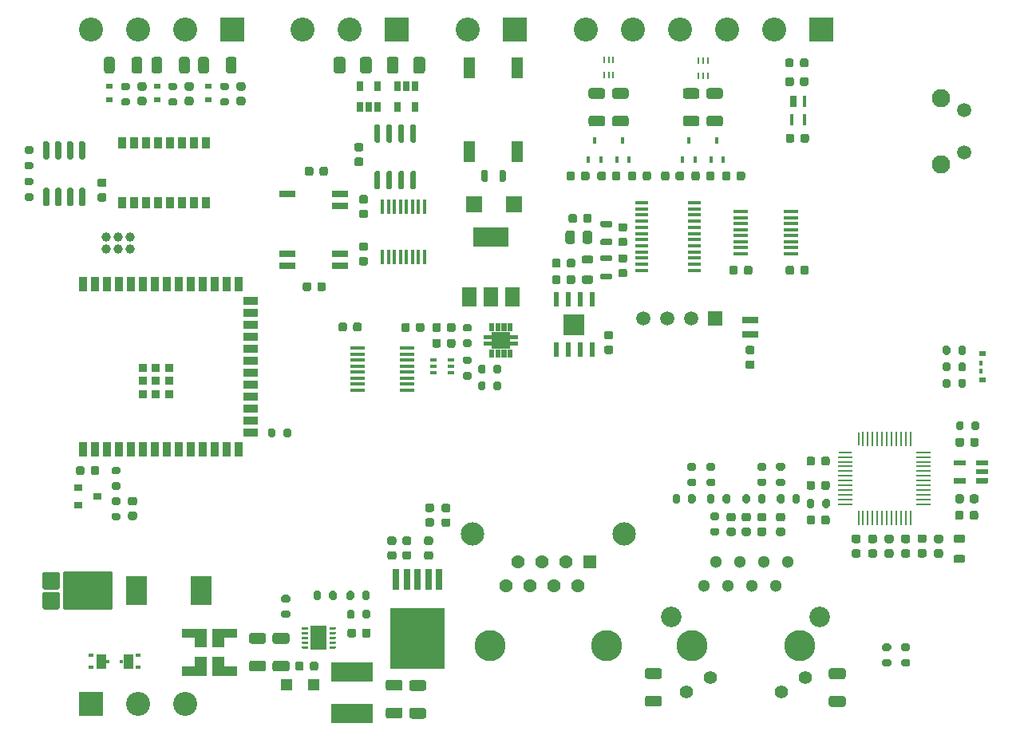
<source format=gts>
%TF.GenerationSoftware,KiCad,Pcbnew,(5.1.8)-1*%
%TF.CreationDate,2022-12-08T11:32:54+02:00*%
%TF.ProjectId,Scale,5363616c-652e-46b6-9963-61645f706362,rev?*%
%TF.SameCoordinates,Original*%
%TF.FileFunction,Soldermask,Top*%
%TF.FilePolarity,Negative*%
%FSLAX46Y46*%
G04 Gerber Fmt 4.6, Leading zero omitted, Abs format (unit mm)*
G04 Created by KiCad (PCBNEW (5.1.8)-1) date 2022-12-08 11:32:54*
%MOMM*%
%LPD*%
G01*
G04 APERTURE LIST*
%ADD10C,0.010000*%
%ADD11C,0.000100*%
%ADD12R,0.450000X0.700000*%
%ADD13C,1.498000*%
%ADD14C,1.950000*%
%ADD15R,1.600000X0.410000*%
%ADD16R,0.410000X1.600000*%
%ADD17R,2.550000X2.550000*%
%ADD18C,2.550000*%
%ADD19R,0.900000X0.900000*%
%ADD20R,0.900000X1.500000*%
%ADD21R,1.500000X0.900000*%
%ADD22R,0.700000X0.600000*%
%ADD23R,0.780000X0.550000*%
%ADD24R,0.340000X0.550000*%
%ADD25R,0.812800X1.193800*%
%ADD26R,0.900000X0.800000*%
%ADD27R,0.457200X1.168400*%
%ADD28R,0.762000X1.168400*%
%ADD29R,0.560800X1.505600*%
%ADD30R,2.290000X2.290000*%
%ADD31R,1.508000X1.508000*%
%ADD32C,1.508000*%
%ADD33R,0.199200X0.704800*%
%ADD34R,1.473200X0.355600*%
%ADD35R,1.700000X0.800000*%
%ADD36R,0.650000X0.400000*%
%ADD37R,5.800000X6.400000*%
%ADD38R,0.800000X2.200000*%
%ADD39R,1.700000X2.500000*%
%ADD40R,1.400000X0.240000*%
%ADD41R,1.560000X0.240000*%
%ADD42R,0.240000X1.560000*%
%ADD43R,0.240000X1.400000*%
%ADD44R,1.430000X1.430000*%
%ADD45C,1.430000*%
%ADD46C,2.480000*%
%ADD47C,3.300000*%
%ADD48R,1.500000X2.000000*%
%ADD49R,3.800000X2.000000*%
%ADD50R,1.800000X0.800000*%
%ADD51R,4.500000X2.150000*%
%ADD52C,1.000000*%
%ADD53C,0.100000*%
%ADD54R,2.300000X3.100000*%
%ADD55R,0.650000X1.060000*%
%ADD56R,1.244600X2.235200*%
%ADD57R,1.701800X1.752600*%
%ADD58R,1.250000X1.220000*%
%ADD59R,0.500000X0.400000*%
%ADD60R,1.100000X1.600000*%
%ADD61R,0.350000X0.400000*%
%ADD62C,1.300000*%
%ADD63C,2.184400*%
%ADD64C,1.408000*%
G04 APERTURE END LIST*
D10*
%TO.C,U7*%
G36*
X140830000Y-99220000D02*
G01*
X140830000Y-98910000D01*
X140005000Y-98910000D01*
X140005000Y-98540000D01*
X140830000Y-98540000D01*
X140830000Y-98260000D01*
X140005000Y-98260000D01*
X140005000Y-97890000D01*
X140830000Y-97890000D01*
X140830000Y-97580000D01*
X142720000Y-97580000D01*
X142720000Y-97890000D01*
X143545000Y-97890000D01*
X143545000Y-98260000D01*
X142720000Y-98260000D01*
X142720000Y-98540000D01*
X143545000Y-98540000D01*
X143545000Y-98910000D01*
X142720000Y-98910000D01*
X142720000Y-99220000D01*
X140830000Y-99220000D01*
G37*
X140830000Y-99220000D02*
X140830000Y-98910000D01*
X140005000Y-98910000D01*
X140005000Y-98540000D01*
X140830000Y-98540000D01*
X140830000Y-98260000D01*
X140005000Y-98260000D01*
X140005000Y-97890000D01*
X140830000Y-97890000D01*
X140830000Y-97580000D01*
X142720000Y-97580000D01*
X142720000Y-97890000D01*
X143545000Y-97890000D01*
X143545000Y-98260000D01*
X142720000Y-98260000D01*
X142720000Y-98540000D01*
X143545000Y-98540000D01*
X143545000Y-98910000D01*
X142720000Y-98910000D01*
X142720000Y-99220000D01*
X140830000Y-99220000D01*
G36*
X140575000Y-100170000D02*
G01*
X140575000Y-99430000D01*
X141025000Y-99430000D01*
X141025000Y-100170000D01*
X140575000Y-100170000D01*
G37*
X140575000Y-100170000D02*
X140575000Y-99430000D01*
X141025000Y-99430000D01*
X141025000Y-100170000D01*
X140575000Y-100170000D01*
G36*
X140575000Y-97370000D02*
G01*
X140575000Y-96630000D01*
X141025000Y-96630000D01*
X141025000Y-97370000D01*
X140575000Y-97370000D01*
G37*
X140575000Y-97370000D02*
X140575000Y-96630000D01*
X141025000Y-96630000D01*
X141025000Y-97370000D01*
X140575000Y-97370000D01*
G36*
X141225000Y-100170000D02*
G01*
X141225000Y-99430000D01*
X141675000Y-99430000D01*
X141675000Y-100170000D01*
X141225000Y-100170000D01*
G37*
X141225000Y-100170000D02*
X141225000Y-99430000D01*
X141675000Y-99430000D01*
X141675000Y-100170000D01*
X141225000Y-100170000D01*
G36*
X141875000Y-100170000D02*
G01*
X141875000Y-99430000D01*
X142325000Y-99430000D01*
X142325000Y-100170000D01*
X141875000Y-100170000D01*
G37*
X141875000Y-100170000D02*
X141875000Y-99430000D01*
X142325000Y-99430000D01*
X142325000Y-100170000D01*
X141875000Y-100170000D01*
G36*
X142525000Y-100170000D02*
G01*
X142525000Y-99430000D01*
X142975000Y-99430000D01*
X142975000Y-100170000D01*
X142525000Y-100170000D01*
G37*
X142525000Y-100170000D02*
X142525000Y-99430000D01*
X142975000Y-99430000D01*
X142975000Y-100170000D01*
X142525000Y-100170000D01*
G36*
X141225000Y-97370000D02*
G01*
X141225000Y-96630000D01*
X141675000Y-96630000D01*
X141675000Y-97370000D01*
X141225000Y-97370000D01*
G37*
X141225000Y-97370000D02*
X141225000Y-96630000D01*
X141675000Y-96630000D01*
X141675000Y-97370000D01*
X141225000Y-97370000D01*
G36*
X141875000Y-97370000D02*
G01*
X141875000Y-96630000D01*
X142325000Y-96630000D01*
X142325000Y-97370000D01*
X141875000Y-97370000D01*
G37*
X141875000Y-97370000D02*
X141875000Y-96630000D01*
X142325000Y-96630000D01*
X142325000Y-97370000D01*
X141875000Y-97370000D01*
G36*
X142525000Y-97370000D02*
G01*
X142525000Y-96630000D01*
X142975000Y-96630000D01*
X142975000Y-97370000D01*
X142525000Y-97370000D01*
G37*
X142525000Y-97370000D02*
X142525000Y-96630000D01*
X142975000Y-96630000D01*
X142975000Y-97370000D01*
X142525000Y-97370000D01*
D11*
%TO.C,FL1*%
G36*
X111225000Y-133925000D02*
G01*
X113725000Y-133925000D01*
X113725000Y-133025000D01*
X112425000Y-133025000D01*
X112425000Y-132025000D01*
X111225000Y-132025000D01*
X111225000Y-133925000D01*
G37*
X111225000Y-133925000D02*
X113725000Y-133925000D01*
X113725000Y-133025000D01*
X112425000Y-133025000D01*
X112425000Y-132025000D01*
X111225000Y-132025000D01*
X111225000Y-133925000D01*
G36*
X110525000Y-129025000D02*
G01*
X108025000Y-129025000D01*
X108025000Y-129925000D01*
X109325000Y-129925000D01*
X109325000Y-130925000D01*
X110525000Y-130925000D01*
X110525000Y-129025000D01*
G37*
X110525000Y-129025000D02*
X108025000Y-129025000D01*
X108025000Y-129925000D01*
X109325000Y-129925000D01*
X109325000Y-130925000D01*
X110525000Y-130925000D01*
X110525000Y-129025000D01*
G36*
X110525000Y-133925000D02*
G01*
X108025000Y-133925000D01*
X108025000Y-133025000D01*
X109325000Y-133025000D01*
X109325000Y-132025000D01*
X110525000Y-132025000D01*
X110525000Y-133925000D01*
G37*
X110525000Y-133925000D02*
X108025000Y-133925000D01*
X108025000Y-133025000D01*
X109325000Y-133025000D01*
X109325000Y-132025000D01*
X110525000Y-132025000D01*
X110525000Y-133925000D01*
G36*
X111225000Y-129025000D02*
G01*
X113725000Y-129025000D01*
X113725000Y-129925000D01*
X112425000Y-129925000D01*
X112425000Y-130925000D01*
X111225000Y-130925000D01*
X111225000Y-129025000D01*
G37*
X111225000Y-129025000D02*
X113725000Y-129025000D01*
X113725000Y-129925000D01*
X112425000Y-129925000D01*
X112425000Y-130925000D01*
X111225000Y-130925000D01*
X111225000Y-129025000D01*
%TD*%
%TO.C,C43*%
G36*
G01*
X153475000Y-86450000D02*
X152525000Y-86450000D01*
G75*
G02*
X152350000Y-86275000I0J175000D01*
G01*
X152350000Y-85925000D01*
G75*
G02*
X152525000Y-85750000I175000J0D01*
G01*
X153475000Y-85750000D01*
G75*
G02*
X153650000Y-85925000I0J-175000D01*
G01*
X153650000Y-86275000D01*
G75*
G02*
X153475000Y-86450000I-175000J0D01*
G01*
G37*
G36*
G01*
X153475000Y-88350000D02*
X152525000Y-88350000D01*
G75*
G02*
X152350000Y-88175000I0J175000D01*
G01*
X152350000Y-87825000D01*
G75*
G02*
X152525000Y-87650000I175000J0D01*
G01*
X153475000Y-87650000D01*
G75*
G02*
X153650000Y-87825000I0J-175000D01*
G01*
X153650000Y-88175000D01*
G75*
G02*
X153475000Y-88350000I-175000J0D01*
G01*
G37*
%TD*%
%TO.C,C40*%
G36*
G01*
X152500000Y-91350000D02*
X153500000Y-91350000D01*
G75*
G02*
X153650000Y-91500000I0J-150000D01*
G01*
X153650000Y-91800000D01*
G75*
G02*
X153500000Y-91950000I-150000J0D01*
G01*
X152500000Y-91950000D01*
G75*
G02*
X152350000Y-91800000I0J150000D01*
G01*
X152350000Y-91500000D01*
G75*
G02*
X152500000Y-91350000I150000J0D01*
G01*
G37*
G36*
G01*
X152500000Y-89450000D02*
X153500000Y-89450000D01*
G75*
G02*
X153650000Y-89600000I0J-150000D01*
G01*
X153650000Y-89900000D01*
G75*
G02*
X153500000Y-90050000I-150000J0D01*
G01*
X152500000Y-90050000D01*
G75*
G02*
X152350000Y-89900000I0J150000D01*
G01*
X152350000Y-89600000D01*
G75*
G02*
X152500000Y-89450000I150000J0D01*
G01*
G37*
%TD*%
%TO.C,U21*%
G36*
G01*
X97255000Y-82250000D02*
X97555000Y-82250000D01*
G75*
G02*
X97705000Y-82400000I0J-150000D01*
G01*
X97705000Y-84050000D01*
G75*
G02*
X97555000Y-84200000I-150000J0D01*
G01*
X97255000Y-84200000D01*
G75*
G02*
X97105000Y-84050000I0J150000D01*
G01*
X97105000Y-82400000D01*
G75*
G02*
X97255000Y-82250000I150000J0D01*
G01*
G37*
G36*
G01*
X95985000Y-82250000D02*
X96285000Y-82250000D01*
G75*
G02*
X96435000Y-82400000I0J-150000D01*
G01*
X96435000Y-84050000D01*
G75*
G02*
X96285000Y-84200000I-150000J0D01*
G01*
X95985000Y-84200000D01*
G75*
G02*
X95835000Y-84050000I0J150000D01*
G01*
X95835000Y-82400000D01*
G75*
G02*
X95985000Y-82250000I150000J0D01*
G01*
G37*
G36*
G01*
X94715000Y-82250000D02*
X95015000Y-82250000D01*
G75*
G02*
X95165000Y-82400000I0J-150000D01*
G01*
X95165000Y-84050000D01*
G75*
G02*
X95015000Y-84200000I-150000J0D01*
G01*
X94715000Y-84200000D01*
G75*
G02*
X94565000Y-84050000I0J150000D01*
G01*
X94565000Y-82400000D01*
G75*
G02*
X94715000Y-82250000I150000J0D01*
G01*
G37*
G36*
G01*
X93445000Y-82250000D02*
X93745000Y-82250000D01*
G75*
G02*
X93895000Y-82400000I0J-150000D01*
G01*
X93895000Y-84050000D01*
G75*
G02*
X93745000Y-84200000I-150000J0D01*
G01*
X93445000Y-84200000D01*
G75*
G02*
X93295000Y-84050000I0J150000D01*
G01*
X93295000Y-82400000D01*
G75*
G02*
X93445000Y-82250000I150000J0D01*
G01*
G37*
G36*
G01*
X93445000Y-77300000D02*
X93745000Y-77300000D01*
G75*
G02*
X93895000Y-77450000I0J-150000D01*
G01*
X93895000Y-79100000D01*
G75*
G02*
X93745000Y-79250000I-150000J0D01*
G01*
X93445000Y-79250000D01*
G75*
G02*
X93295000Y-79100000I0J150000D01*
G01*
X93295000Y-77450000D01*
G75*
G02*
X93445000Y-77300000I150000J0D01*
G01*
G37*
G36*
G01*
X94715000Y-77300000D02*
X95015000Y-77300000D01*
G75*
G02*
X95165000Y-77450000I0J-150000D01*
G01*
X95165000Y-79100000D01*
G75*
G02*
X95015000Y-79250000I-150000J0D01*
G01*
X94715000Y-79250000D01*
G75*
G02*
X94565000Y-79100000I0J150000D01*
G01*
X94565000Y-77450000D01*
G75*
G02*
X94715000Y-77300000I150000J0D01*
G01*
G37*
G36*
G01*
X95985000Y-77300000D02*
X96285000Y-77300000D01*
G75*
G02*
X96435000Y-77450000I0J-150000D01*
G01*
X96435000Y-79100000D01*
G75*
G02*
X96285000Y-79250000I-150000J0D01*
G01*
X95985000Y-79250000D01*
G75*
G02*
X95835000Y-79100000I0J150000D01*
G01*
X95835000Y-77450000D01*
G75*
G02*
X95985000Y-77300000I150000J0D01*
G01*
G37*
G36*
G01*
X97255000Y-77300000D02*
X97555000Y-77300000D01*
G75*
G02*
X97705000Y-77450000I0J-150000D01*
G01*
X97705000Y-79100000D01*
G75*
G02*
X97555000Y-79250000I-150000J0D01*
G01*
X97255000Y-79250000D01*
G75*
G02*
X97105000Y-79100000I0J150000D01*
G01*
X97105000Y-77450000D01*
G75*
G02*
X97255000Y-77300000I150000J0D01*
G01*
G37*
%TD*%
%TO.C,R37*%
G36*
G01*
X92025000Y-78650000D02*
X91475000Y-78650000D01*
G75*
G02*
X91275000Y-78450000I0J200000D01*
G01*
X91275000Y-78050000D01*
G75*
G02*
X91475000Y-77850000I200000J0D01*
G01*
X92025000Y-77850000D01*
G75*
G02*
X92225000Y-78050000I0J-200000D01*
G01*
X92225000Y-78450000D01*
G75*
G02*
X92025000Y-78650000I-200000J0D01*
G01*
G37*
G36*
G01*
X92025000Y-80300000D02*
X91475000Y-80300000D01*
G75*
G02*
X91275000Y-80100000I0J200000D01*
G01*
X91275000Y-79700000D01*
G75*
G02*
X91475000Y-79500000I200000J0D01*
G01*
X92025000Y-79500000D01*
G75*
G02*
X92225000Y-79700000I0J-200000D01*
G01*
X92225000Y-80100000D01*
G75*
G02*
X92025000Y-80300000I-200000J0D01*
G01*
G37*
%TD*%
%TO.C,R36*%
G36*
G01*
X91475000Y-82850000D02*
X92025000Y-82850000D01*
G75*
G02*
X92225000Y-83050000I0J-200000D01*
G01*
X92225000Y-83450000D01*
G75*
G02*
X92025000Y-83650000I-200000J0D01*
G01*
X91475000Y-83650000D01*
G75*
G02*
X91275000Y-83450000I0J200000D01*
G01*
X91275000Y-83050000D01*
G75*
G02*
X91475000Y-82850000I200000J0D01*
G01*
G37*
G36*
G01*
X91475000Y-81200000D02*
X92025000Y-81200000D01*
G75*
G02*
X92225000Y-81400000I0J-200000D01*
G01*
X92225000Y-81800000D01*
G75*
G02*
X92025000Y-82000000I-200000J0D01*
G01*
X91475000Y-82000000D01*
G75*
G02*
X91275000Y-81800000I0J200000D01*
G01*
X91275000Y-81400000D01*
G75*
G02*
X91475000Y-81200000I200000J0D01*
G01*
G37*
%TD*%
%TO.C,C64*%
G36*
G01*
X99750000Y-82175000D02*
X99250000Y-82175000D01*
G75*
G02*
X99025000Y-81950000I0J225000D01*
G01*
X99025000Y-81500000D01*
G75*
G02*
X99250000Y-81275000I225000J0D01*
G01*
X99750000Y-81275000D01*
G75*
G02*
X99975000Y-81500000I0J-225000D01*
G01*
X99975000Y-81950000D01*
G75*
G02*
X99750000Y-82175000I-225000J0D01*
G01*
G37*
G36*
G01*
X99750000Y-83725000D02*
X99250000Y-83725000D01*
G75*
G02*
X99025000Y-83500000I0J225000D01*
G01*
X99025000Y-83050000D01*
G75*
G02*
X99250000Y-82825000I225000J0D01*
G01*
X99750000Y-82825000D01*
G75*
G02*
X99975000Y-83050000I0J-225000D01*
G01*
X99975000Y-83500000D01*
G75*
G02*
X99750000Y-83725000I-225000J0D01*
G01*
G37*
%TD*%
D12*
%TO.C,D12*%
X161750000Y-77250000D03*
X162400000Y-79250000D03*
X161100000Y-79250000D03*
%TD*%
%TO.C,D11*%
X164750000Y-77250000D03*
X165400000Y-79250000D03*
X164100000Y-79250000D03*
%TD*%
%TO.C,D10*%
X151750000Y-77250000D03*
X152400000Y-79250000D03*
X151100000Y-79250000D03*
%TD*%
%TO.C,D9*%
X154750000Y-77250000D03*
X155400000Y-79250000D03*
X154100000Y-79250000D03*
%TD*%
D13*
%TO.C,SW1*%
X190995000Y-78500000D03*
X190995000Y-74000000D03*
D14*
X188505000Y-79755000D03*
X188505000Y-72745000D03*
%TD*%
%TO.C,C8*%
G36*
G01*
X181000000Y-120600000D02*
X181500000Y-120600000D01*
G75*
G02*
X181725000Y-120825000I0J-225000D01*
G01*
X181725000Y-121275000D01*
G75*
G02*
X181500000Y-121500000I-225000J0D01*
G01*
X181000000Y-121500000D01*
G75*
G02*
X180775000Y-121275000I0J225000D01*
G01*
X180775000Y-120825000D01*
G75*
G02*
X181000000Y-120600000I225000J0D01*
G01*
G37*
G36*
G01*
X181000000Y-119050000D02*
X181500000Y-119050000D01*
G75*
G02*
X181725000Y-119275000I0J-225000D01*
G01*
X181725000Y-119725000D01*
G75*
G02*
X181500000Y-119950000I-225000J0D01*
G01*
X181000000Y-119950000D01*
G75*
G02*
X180775000Y-119725000I0J225000D01*
G01*
X180775000Y-119275000D01*
G75*
G02*
X181000000Y-119050000I225000J0D01*
G01*
G37*
%TD*%
D15*
%TO.C,U12*%
X167250000Y-89222500D03*
X167250000Y-88587500D03*
X167250000Y-87952500D03*
X167250000Y-87317500D03*
X167250000Y-86682500D03*
X167250000Y-86047500D03*
X167250000Y-85412500D03*
X167250000Y-84777500D03*
X172558600Y-84777500D03*
X172558600Y-85412500D03*
X172558600Y-86047500D03*
X172558600Y-86682500D03*
X172558600Y-87317500D03*
X172558600Y-87952500D03*
X172558600Y-88587500D03*
X172558600Y-89222500D03*
%TD*%
D16*
%TO.C,U9*%
X129277500Y-84250000D03*
X129912500Y-84250000D03*
X130547500Y-84250000D03*
X131182500Y-84250000D03*
X131817500Y-84250000D03*
X132452500Y-84250000D03*
X133087500Y-84250000D03*
X133722500Y-84250000D03*
X133722500Y-89558600D03*
X133087500Y-89558600D03*
X132452500Y-89558600D03*
X131817500Y-89558600D03*
X131182500Y-89558600D03*
X130547500Y-89558600D03*
X129912500Y-89558600D03*
X129277500Y-89558600D03*
%TD*%
D15*
%TO.C,U5*%
X131904300Y-99277500D03*
X131904300Y-99912500D03*
X131904300Y-100547500D03*
X131904300Y-101182500D03*
X131904300Y-101817500D03*
X131904300Y-102452500D03*
X131904300Y-103087500D03*
X131904300Y-103722500D03*
X126595700Y-103722500D03*
X126595700Y-103087500D03*
X126595700Y-102452500D03*
X126595700Y-101817500D03*
X126595700Y-101182500D03*
X126595700Y-100547500D03*
X126595700Y-99912500D03*
X126595700Y-99277500D03*
%TD*%
D17*
%TO.C,J3*%
X98350000Y-137050000D03*
D18*
X103350000Y-137050000D03*
X108350000Y-137050000D03*
%TD*%
D19*
%TO.C,U19*%
X105210000Y-102750000D03*
D20*
X97490000Y-110000000D03*
D19*
X105210000Y-104150000D03*
X105210000Y-101350000D03*
X106610000Y-104150000D03*
X106610000Y-102750000D03*
X106610000Y-101350000D03*
X103810000Y-104150000D03*
X103810000Y-102750000D03*
X103810000Y-101350000D03*
D20*
X98760000Y-110000000D03*
X100030000Y-110000000D03*
X101300000Y-110000000D03*
X102570000Y-110000000D03*
X103840000Y-110000000D03*
X105110000Y-110000000D03*
X106380000Y-110000000D03*
X107650000Y-110000000D03*
X108920000Y-110000000D03*
X110190000Y-110000000D03*
X111460000Y-110000000D03*
X112730000Y-110000000D03*
X114000000Y-110000000D03*
D21*
X115250000Y-108235000D03*
D20*
X114000000Y-92500000D03*
X112730000Y-92500000D03*
X111460000Y-92500000D03*
X110190000Y-92500000D03*
X108920000Y-92500000D03*
X107650000Y-92500000D03*
X106380000Y-92500000D03*
X105110000Y-92500000D03*
X103840000Y-92500000D03*
X102570000Y-92500000D03*
X101300000Y-92500000D03*
X100030000Y-92500000D03*
X98760000Y-92500000D03*
X97490000Y-92500000D03*
D21*
X115250000Y-106965000D03*
X115250000Y-105695000D03*
X115250000Y-104425000D03*
X115250000Y-103155000D03*
X115250000Y-101885000D03*
X115250000Y-100615000D03*
X115250000Y-99345000D03*
X115250000Y-98075000D03*
X115250000Y-96805000D03*
X115250000Y-95535000D03*
X115250000Y-94265000D03*
%TD*%
D22*
%TO.C,D16*%
X100275000Y-71500000D03*
X100275000Y-72900000D03*
%TD*%
%TO.C,D15*%
X105325000Y-71500000D03*
X105325000Y-72900000D03*
%TD*%
%TO.C,D14*%
X110800000Y-71500000D03*
X110800000Y-72900000D03*
%TD*%
%TO.C,R40*%
G36*
G01*
X190350000Y-103275000D02*
X190350000Y-102725000D01*
G75*
G02*
X190550000Y-102525000I200000J0D01*
G01*
X190950000Y-102525000D01*
G75*
G02*
X191150000Y-102725000I0J-200000D01*
G01*
X191150000Y-103275000D01*
G75*
G02*
X190950000Y-103475000I-200000J0D01*
G01*
X190550000Y-103475000D01*
G75*
G02*
X190350000Y-103275000I0J200000D01*
G01*
G37*
G36*
G01*
X188700000Y-103275000D02*
X188700000Y-102725000D01*
G75*
G02*
X188900000Y-102525000I200000J0D01*
G01*
X189300000Y-102525000D01*
G75*
G02*
X189500000Y-102725000I0J-200000D01*
G01*
X189500000Y-103275000D01*
G75*
G02*
X189300000Y-103475000I-200000J0D01*
G01*
X188900000Y-103475000D01*
G75*
G02*
X188700000Y-103275000I0J200000D01*
G01*
G37*
%TD*%
%TO.C,R39*%
G36*
G01*
X190350000Y-101525000D02*
X190350000Y-100975000D01*
G75*
G02*
X190550000Y-100775000I200000J0D01*
G01*
X190950000Y-100775000D01*
G75*
G02*
X191150000Y-100975000I0J-200000D01*
G01*
X191150000Y-101525000D01*
G75*
G02*
X190950000Y-101725000I-200000J0D01*
G01*
X190550000Y-101725000D01*
G75*
G02*
X190350000Y-101525000I0J200000D01*
G01*
G37*
G36*
G01*
X188700000Y-101525000D02*
X188700000Y-100975000D01*
G75*
G02*
X188900000Y-100775000I200000J0D01*
G01*
X189300000Y-100775000D01*
G75*
G02*
X189500000Y-100975000I0J-200000D01*
G01*
X189500000Y-101525000D01*
G75*
G02*
X189300000Y-101725000I-200000J0D01*
G01*
X188900000Y-101725000D01*
G75*
G02*
X188700000Y-101525000I0J200000D01*
G01*
G37*
%TD*%
%TO.C,R38*%
G36*
G01*
X190350000Y-99775000D02*
X190350000Y-99225000D01*
G75*
G02*
X190550000Y-99025000I200000J0D01*
G01*
X190950000Y-99025000D01*
G75*
G02*
X191150000Y-99225000I0J-200000D01*
G01*
X191150000Y-99775000D01*
G75*
G02*
X190950000Y-99975000I-200000J0D01*
G01*
X190550000Y-99975000D01*
G75*
G02*
X190350000Y-99775000I0J200000D01*
G01*
G37*
G36*
G01*
X188700000Y-99775000D02*
X188700000Y-99225000D01*
G75*
G02*
X188900000Y-99025000I200000J0D01*
G01*
X189300000Y-99025000D01*
G75*
G02*
X189500000Y-99225000I0J-200000D01*
G01*
X189500000Y-99775000D01*
G75*
G02*
X189300000Y-99975000I-200000J0D01*
G01*
X188900000Y-99975000D01*
G75*
G02*
X188700000Y-99775000I0J200000D01*
G01*
G37*
%TD*%
D23*
%TO.C,D17*%
X192930000Y-99825000D03*
X192930000Y-102675000D03*
D24*
X192710000Y-100825000D03*
X192710000Y-101675000D03*
%TD*%
D17*
%TO.C,J1*%
X113300000Y-65450000D03*
D18*
X108300000Y-65450000D03*
X103300000Y-65450000D03*
X98300000Y-65450000D03*
%TD*%
D25*
%TO.C,U20*%
X110560000Y-77500000D03*
X109290000Y-77500000D03*
X108020000Y-77500000D03*
X106750000Y-77500000D03*
X105480000Y-77500000D03*
X104210000Y-77500000D03*
X102940000Y-77500000D03*
X101670000Y-77500000D03*
X101670000Y-83799998D03*
X102940000Y-83799998D03*
X104210000Y-83799998D03*
X105480000Y-83799998D03*
X106750000Y-83799998D03*
X108020000Y-83799998D03*
X109290000Y-83799998D03*
X110560000Y-83799998D03*
%TD*%
%TO.C,R35*%
G36*
G01*
X101725000Y-72750000D02*
X102275000Y-72750000D01*
G75*
G02*
X102475000Y-72950000I0J-200000D01*
G01*
X102475000Y-73350000D01*
G75*
G02*
X102275000Y-73550000I-200000J0D01*
G01*
X101725000Y-73550000D01*
G75*
G02*
X101525000Y-73350000I0J200000D01*
G01*
X101525000Y-72950000D01*
G75*
G02*
X101725000Y-72750000I200000J0D01*
G01*
G37*
G36*
G01*
X101725000Y-71100000D02*
X102275000Y-71100000D01*
G75*
G02*
X102475000Y-71300000I0J-200000D01*
G01*
X102475000Y-71700000D01*
G75*
G02*
X102275000Y-71900000I-200000J0D01*
G01*
X101725000Y-71900000D01*
G75*
G02*
X101525000Y-71700000I0J200000D01*
G01*
X101525000Y-71300000D01*
G75*
G02*
X101725000Y-71100000I200000J0D01*
G01*
G37*
%TD*%
%TO.C,R34*%
G36*
G01*
X102650000Y-69875001D02*
X102650000Y-68624999D01*
G75*
G02*
X102899999Y-68375000I249999J0D01*
G01*
X103525001Y-68375000D01*
G75*
G02*
X103775000Y-68624999I0J-249999D01*
G01*
X103775000Y-69875001D01*
G75*
G02*
X103525001Y-70125000I-249999J0D01*
G01*
X102899999Y-70125000D01*
G75*
G02*
X102650000Y-69875001I0J249999D01*
G01*
G37*
G36*
G01*
X99725000Y-69875001D02*
X99725000Y-68624999D01*
G75*
G02*
X99974999Y-68375000I249999J0D01*
G01*
X100600001Y-68375000D01*
G75*
G02*
X100850000Y-68624999I0J-249999D01*
G01*
X100850000Y-69875001D01*
G75*
G02*
X100600001Y-70125000I-249999J0D01*
G01*
X99974999Y-70125000D01*
G75*
G02*
X99725000Y-69875001I0J249999D01*
G01*
G37*
%TD*%
%TO.C,C63*%
G36*
G01*
X103500000Y-72600000D02*
X104000000Y-72600000D01*
G75*
G02*
X104225000Y-72825000I0J-225000D01*
G01*
X104225000Y-73275000D01*
G75*
G02*
X104000000Y-73500000I-225000J0D01*
G01*
X103500000Y-73500000D01*
G75*
G02*
X103275000Y-73275000I0J225000D01*
G01*
X103275000Y-72825000D01*
G75*
G02*
X103500000Y-72600000I225000J0D01*
G01*
G37*
G36*
G01*
X103500000Y-71050000D02*
X104000000Y-71050000D01*
G75*
G02*
X104225000Y-71275000I0J-225000D01*
G01*
X104225000Y-71725000D01*
G75*
G02*
X104000000Y-71950000I-225000J0D01*
G01*
X103500000Y-71950000D01*
G75*
G02*
X103275000Y-71725000I0J225000D01*
G01*
X103275000Y-71275000D01*
G75*
G02*
X103500000Y-71050000I225000J0D01*
G01*
G37*
%TD*%
D17*
%TO.C,J5*%
X130800000Y-65450000D03*
D18*
X125800000Y-65450000D03*
X120800000Y-65450000D03*
%TD*%
D17*
%TO.C,J2*%
X175800000Y-65450000D03*
D18*
X170800000Y-65450000D03*
X165800000Y-65450000D03*
X160800000Y-65450000D03*
X155800000Y-65450000D03*
X150800000Y-65450000D03*
%TD*%
D17*
%TO.C,J4*%
X143300000Y-65450000D03*
D18*
X138300000Y-65450000D03*
%TD*%
%TO.C,X1*%
G36*
G01*
X193445000Y-113600000D02*
X192255000Y-113600000D01*
G75*
G02*
X192200000Y-113545000I0J55000D01*
G01*
X192200000Y-113105000D01*
G75*
G02*
X192255000Y-113050000I55000J0D01*
G01*
X193445000Y-113050000D01*
G75*
G02*
X193500000Y-113105000I0J-55000D01*
G01*
X193500000Y-113545000D01*
G75*
G02*
X193445000Y-113600000I-55000J0D01*
G01*
G37*
G36*
G01*
X193445000Y-112650000D02*
X192255000Y-112650000D01*
G75*
G02*
X192200000Y-112595000I0J55000D01*
G01*
X192200000Y-112155000D01*
G75*
G02*
X192255000Y-112100000I55000J0D01*
G01*
X193445000Y-112100000D01*
G75*
G02*
X193500000Y-112155000I0J-55000D01*
G01*
X193500000Y-112595000D01*
G75*
G02*
X193445000Y-112650000I-55000J0D01*
G01*
G37*
G36*
G01*
X193445000Y-111700000D02*
X192255000Y-111700000D01*
G75*
G02*
X192200000Y-111645000I0J55000D01*
G01*
X192200000Y-111205000D01*
G75*
G02*
X192255000Y-111150000I55000J0D01*
G01*
X193445000Y-111150000D01*
G75*
G02*
X193500000Y-111205000I0J-55000D01*
G01*
X193500000Y-111645000D01*
G75*
G02*
X193445000Y-111700000I-55000J0D01*
G01*
G37*
G36*
G01*
X191095000Y-111700000D02*
X189905000Y-111700000D01*
G75*
G02*
X189850000Y-111645000I0J55000D01*
G01*
X189850000Y-111205000D01*
G75*
G02*
X189905000Y-111150000I55000J0D01*
G01*
X191095000Y-111150000D01*
G75*
G02*
X191150000Y-111205000I0J-55000D01*
G01*
X191150000Y-111645000D01*
G75*
G02*
X191095000Y-111700000I-55000J0D01*
G01*
G37*
G36*
G01*
X191095000Y-113600000D02*
X189905000Y-113600000D01*
G75*
G02*
X189850000Y-113545000I0J55000D01*
G01*
X189850000Y-113105000D01*
G75*
G02*
X189905000Y-113050000I55000J0D01*
G01*
X191095000Y-113050000D01*
G75*
G02*
X191150000Y-113105000I0J-55000D01*
G01*
X191150000Y-113545000D01*
G75*
G02*
X191095000Y-113600000I-55000J0D01*
G01*
G37*
%TD*%
D26*
%TO.C,U18*%
X99000000Y-115000000D03*
X97000000Y-115950000D03*
X97000000Y-114050000D03*
%TD*%
D27*
%TO.C,U17*%
X174000001Y-73044200D03*
D28*
X172852401Y-73044200D03*
D27*
X172700002Y-75000000D03*
X174000000Y-75000000D03*
%TD*%
D29*
%TO.C,U16*%
X151500000Y-94047201D03*
X150230000Y-94047201D03*
X148960000Y-94047201D03*
X147690000Y-94047201D03*
X147690000Y-99452799D03*
X148960000Y-99452799D03*
X150230000Y-99452799D03*
X151500000Y-99452799D03*
D30*
X149595000Y-96750000D03*
%TD*%
D31*
%TO.C,U15*%
X164560000Y-96150000D03*
D32*
X162020000Y-96150000D03*
X159480000Y-96150000D03*
X156940000Y-96150000D03*
%TD*%
D33*
%TO.C,U14*%
X153749999Y-68697599D03*
X153250000Y-68697599D03*
X152750001Y-68697599D03*
X152750001Y-70302401D03*
X153250000Y-70302401D03*
X153749999Y-70302401D03*
%TD*%
%TO.C,U13*%
X163749999Y-68750000D03*
X163250000Y-68750000D03*
X162750001Y-68750000D03*
X162750001Y-70354802D03*
X163250000Y-70354802D03*
X163749999Y-70354802D03*
%TD*%
D34*
%TO.C,U11*%
X162388800Y-90999997D03*
X162388800Y-90349998D03*
X162388800Y-89700000D03*
X162388800Y-89049999D03*
X162388800Y-88400000D03*
X162388800Y-87749999D03*
X162388800Y-87100000D03*
X162388800Y-86449999D03*
X162388800Y-85800000D03*
X162388800Y-85149999D03*
X162388800Y-84500000D03*
X162388800Y-83849999D03*
X156750000Y-83849999D03*
X156750000Y-84499998D03*
X156750000Y-85149999D03*
X156750000Y-85799997D03*
X156750000Y-86449999D03*
X156750000Y-87099997D03*
X156750000Y-87749996D03*
X156750000Y-88399997D03*
X156750000Y-89049996D03*
X156750000Y-89699997D03*
X156750000Y-90349996D03*
X156750000Y-90999997D03*
%TD*%
%TO.C,U10*%
G36*
G01*
X128860000Y-77475000D02*
X128560000Y-77475000D01*
G75*
G02*
X128410000Y-77325000I0J150000D01*
G01*
X128410000Y-75675000D01*
G75*
G02*
X128560000Y-75525000I150000J0D01*
G01*
X128860000Y-75525000D01*
G75*
G02*
X129010000Y-75675000I0J-150000D01*
G01*
X129010000Y-77325000D01*
G75*
G02*
X128860000Y-77475000I-150000J0D01*
G01*
G37*
G36*
G01*
X130130000Y-77475000D02*
X129830000Y-77475000D01*
G75*
G02*
X129680000Y-77325000I0J150000D01*
G01*
X129680000Y-75675000D01*
G75*
G02*
X129830000Y-75525000I150000J0D01*
G01*
X130130000Y-75525000D01*
G75*
G02*
X130280000Y-75675000I0J-150000D01*
G01*
X130280000Y-77325000D01*
G75*
G02*
X130130000Y-77475000I-150000J0D01*
G01*
G37*
G36*
G01*
X131400000Y-77475000D02*
X131100000Y-77475000D01*
G75*
G02*
X130950000Y-77325000I0J150000D01*
G01*
X130950000Y-75675000D01*
G75*
G02*
X131100000Y-75525000I150000J0D01*
G01*
X131400000Y-75525000D01*
G75*
G02*
X131550000Y-75675000I0J-150000D01*
G01*
X131550000Y-77325000D01*
G75*
G02*
X131400000Y-77475000I-150000J0D01*
G01*
G37*
G36*
G01*
X132670000Y-77475000D02*
X132370000Y-77475000D01*
G75*
G02*
X132220000Y-77325000I0J150000D01*
G01*
X132220000Y-75675000D01*
G75*
G02*
X132370000Y-75525000I150000J0D01*
G01*
X132670000Y-75525000D01*
G75*
G02*
X132820000Y-75675000I0J-150000D01*
G01*
X132820000Y-77325000D01*
G75*
G02*
X132670000Y-77475000I-150000J0D01*
G01*
G37*
G36*
G01*
X132670000Y-82425000D02*
X132370000Y-82425000D01*
G75*
G02*
X132220000Y-82275000I0J150000D01*
G01*
X132220000Y-80625000D01*
G75*
G02*
X132370000Y-80475000I150000J0D01*
G01*
X132670000Y-80475000D01*
G75*
G02*
X132820000Y-80625000I0J-150000D01*
G01*
X132820000Y-82275000D01*
G75*
G02*
X132670000Y-82425000I-150000J0D01*
G01*
G37*
G36*
G01*
X131400000Y-82425000D02*
X131100000Y-82425000D01*
G75*
G02*
X130950000Y-82275000I0J150000D01*
G01*
X130950000Y-80625000D01*
G75*
G02*
X131100000Y-80475000I150000J0D01*
G01*
X131400000Y-80475000D01*
G75*
G02*
X131550000Y-80625000I0J-150000D01*
G01*
X131550000Y-82275000D01*
G75*
G02*
X131400000Y-82425000I-150000J0D01*
G01*
G37*
G36*
G01*
X130130000Y-82425000D02*
X129830000Y-82425000D01*
G75*
G02*
X129680000Y-82275000I0J150000D01*
G01*
X129680000Y-80625000D01*
G75*
G02*
X129830000Y-80475000I150000J0D01*
G01*
X130130000Y-80475000D01*
G75*
G02*
X130280000Y-80625000I0J-150000D01*
G01*
X130280000Y-82275000D01*
G75*
G02*
X130130000Y-82425000I-150000J0D01*
G01*
G37*
G36*
G01*
X128860000Y-82425000D02*
X128560000Y-82425000D01*
G75*
G02*
X128410000Y-82275000I0J150000D01*
G01*
X128410000Y-80625000D01*
G75*
G02*
X128560000Y-80475000I150000J0D01*
G01*
X128860000Y-80475000D01*
G75*
G02*
X129010000Y-80625000I0J-150000D01*
G01*
X129010000Y-82275000D01*
G75*
G02*
X128860000Y-82425000I-150000J0D01*
G01*
G37*
%TD*%
D35*
%TO.C,U8*%
X124750000Y-90500000D03*
X124750000Y-89230000D03*
X124750000Y-84150000D03*
X124750000Y-82880000D03*
X119150000Y-82880000D03*
X119150000Y-89230000D03*
X119150000Y-90500000D03*
%TD*%
D36*
%TO.C,U6*%
X136550000Y-100550000D03*
X136550000Y-101850000D03*
X134650000Y-101200000D03*
X136550000Y-101200000D03*
X134650000Y-101850000D03*
X134650000Y-100550000D03*
%TD*%
D37*
%TO.C,U4*%
X133000000Y-130100000D03*
D38*
X130720000Y-123800000D03*
X131860000Y-123800000D03*
X133000000Y-123800000D03*
X134140000Y-123800000D03*
X135280000Y-123800000D03*
%TD*%
D39*
%TO.C,U3*%
X122500000Y-130000000D03*
G36*
G01*
X121387500Y-130937500D02*
X121387500Y-131062500D01*
G75*
G02*
X121325000Y-131125000I-62500J0D01*
G01*
X120750000Y-131125000D01*
G75*
G02*
X120687500Y-131062500I0J62500D01*
G01*
X120687500Y-130937500D01*
G75*
G02*
X120750000Y-130875000I62500J0D01*
G01*
X121325000Y-130875000D01*
G75*
G02*
X121387500Y-130937500I0J-62500D01*
G01*
G37*
G36*
G01*
X121387500Y-130437500D02*
X121387500Y-130562500D01*
G75*
G02*
X121325000Y-130625000I-62500J0D01*
G01*
X120750000Y-130625000D01*
G75*
G02*
X120687500Y-130562500I0J62500D01*
G01*
X120687500Y-130437500D01*
G75*
G02*
X120750000Y-130375000I62500J0D01*
G01*
X121325000Y-130375000D01*
G75*
G02*
X121387500Y-130437500I0J-62500D01*
G01*
G37*
G36*
G01*
X121387500Y-129937500D02*
X121387500Y-130062500D01*
G75*
G02*
X121325000Y-130125000I-62500J0D01*
G01*
X120750000Y-130125000D01*
G75*
G02*
X120687500Y-130062500I0J62500D01*
G01*
X120687500Y-129937500D01*
G75*
G02*
X120750000Y-129875000I62500J0D01*
G01*
X121325000Y-129875000D01*
G75*
G02*
X121387500Y-129937500I0J-62500D01*
G01*
G37*
G36*
G01*
X121387500Y-129437500D02*
X121387500Y-129562500D01*
G75*
G02*
X121325000Y-129625000I-62500J0D01*
G01*
X120750000Y-129625000D01*
G75*
G02*
X120687500Y-129562500I0J62500D01*
G01*
X120687500Y-129437500D01*
G75*
G02*
X120750000Y-129375000I62500J0D01*
G01*
X121325000Y-129375000D01*
G75*
G02*
X121387500Y-129437500I0J-62500D01*
G01*
G37*
G36*
G01*
X121387500Y-128937500D02*
X121387500Y-129062500D01*
G75*
G02*
X121325000Y-129125000I-62500J0D01*
G01*
X120750000Y-129125000D01*
G75*
G02*
X120687500Y-129062500I0J62500D01*
G01*
X120687500Y-128937500D01*
G75*
G02*
X120750000Y-128875000I62500J0D01*
G01*
X121325000Y-128875000D01*
G75*
G02*
X121387500Y-128937500I0J-62500D01*
G01*
G37*
G36*
G01*
X124312500Y-128937500D02*
X124312500Y-129062500D01*
G75*
G02*
X124250000Y-129125000I-62500J0D01*
G01*
X123675000Y-129125000D01*
G75*
G02*
X123612500Y-129062500I0J62500D01*
G01*
X123612500Y-128937500D01*
G75*
G02*
X123675000Y-128875000I62500J0D01*
G01*
X124250000Y-128875000D01*
G75*
G02*
X124312500Y-128937500I0J-62500D01*
G01*
G37*
G36*
G01*
X124312500Y-129437500D02*
X124312500Y-129562500D01*
G75*
G02*
X124250000Y-129625000I-62500J0D01*
G01*
X123675000Y-129625000D01*
G75*
G02*
X123612500Y-129562500I0J62500D01*
G01*
X123612500Y-129437500D01*
G75*
G02*
X123675000Y-129375000I62500J0D01*
G01*
X124250000Y-129375000D01*
G75*
G02*
X124312500Y-129437500I0J-62500D01*
G01*
G37*
G36*
G01*
X124312500Y-129937500D02*
X124312500Y-130062500D01*
G75*
G02*
X124250000Y-130125000I-62500J0D01*
G01*
X123675000Y-130125000D01*
G75*
G02*
X123612500Y-130062500I0J62500D01*
G01*
X123612500Y-129937500D01*
G75*
G02*
X123675000Y-129875000I62500J0D01*
G01*
X124250000Y-129875000D01*
G75*
G02*
X124312500Y-129937500I0J-62500D01*
G01*
G37*
G36*
G01*
X124312500Y-130437500D02*
X124312500Y-130562500D01*
G75*
G02*
X124250000Y-130625000I-62500J0D01*
G01*
X123675000Y-130625000D01*
G75*
G02*
X123612500Y-130562500I0J62500D01*
G01*
X123612500Y-130437500D01*
G75*
G02*
X123675000Y-130375000I62500J0D01*
G01*
X124250000Y-130375000D01*
G75*
G02*
X124312500Y-130437500I0J-62500D01*
G01*
G37*
G36*
G01*
X124312500Y-130937500D02*
X124312500Y-131062500D01*
G75*
G02*
X124250000Y-131125000I-62500J0D01*
G01*
X123675000Y-131125000D01*
G75*
G02*
X123612500Y-131062500I0J62500D01*
G01*
X123612500Y-130937500D01*
G75*
G02*
X123675000Y-130875000I62500J0D01*
G01*
X124250000Y-130875000D01*
G75*
G02*
X124312500Y-130937500I0J-62500D01*
G01*
G37*
%TD*%
D40*
%TO.C,U2*%
X178320000Y-110320000D03*
D41*
X178320000Y-110820000D03*
X178320000Y-111320000D03*
X178320000Y-111820000D03*
X178320000Y-112320000D03*
X178320000Y-112820000D03*
X178320000Y-113320000D03*
X178320000Y-113820000D03*
X178320000Y-114320000D03*
X178320000Y-114820000D03*
X178320000Y-115320000D03*
X178320000Y-115820000D03*
D42*
X179750000Y-117250000D03*
X180250000Y-117250000D03*
X180750000Y-117250000D03*
X181250000Y-117250000D03*
X181750000Y-117250000D03*
X182250000Y-117250000D03*
X182750000Y-117250000D03*
X183250000Y-117250000D03*
X183750000Y-117250000D03*
X184250000Y-117250000D03*
X184750000Y-117250000D03*
X185250000Y-117250000D03*
D41*
X186680000Y-115820000D03*
X186680000Y-115320000D03*
X186680000Y-114820000D03*
X186680000Y-114320000D03*
X186680000Y-113820000D03*
X186680000Y-113320000D03*
X186680000Y-112820000D03*
X186680000Y-112320000D03*
X186680000Y-111820000D03*
X186680000Y-111320000D03*
X186680000Y-110820000D03*
X186680000Y-110320000D03*
D42*
X185250000Y-108890000D03*
X184750000Y-108890000D03*
X184250000Y-108890000D03*
X183750000Y-108890000D03*
X183250000Y-108890000D03*
X182750000Y-108890000D03*
X182250000Y-108890000D03*
X181750000Y-108890000D03*
X181250000Y-108890000D03*
X180750000Y-108890000D03*
X180250000Y-108890000D03*
D43*
X179750000Y-108890000D03*
%TD*%
D44*
%TO.C,U1*%
X151295000Y-121960000D03*
D45*
X150025000Y-124500000D03*
X148755000Y-121960000D03*
X147485000Y-124500000D03*
X146215000Y-121960000D03*
X144945000Y-124500000D03*
X143675000Y-121960000D03*
X142405000Y-124500000D03*
D46*
X154875000Y-118950000D03*
X138825000Y-118950000D03*
D47*
X140700000Y-130850000D03*
X153000000Y-130850000D03*
%TD*%
%TO.C,R33*%
G36*
G01*
X106725000Y-72750000D02*
X107275000Y-72750000D01*
G75*
G02*
X107475000Y-72950000I0J-200000D01*
G01*
X107475000Y-73350000D01*
G75*
G02*
X107275000Y-73550000I-200000J0D01*
G01*
X106725000Y-73550000D01*
G75*
G02*
X106525000Y-73350000I0J200000D01*
G01*
X106525000Y-72950000D01*
G75*
G02*
X106725000Y-72750000I200000J0D01*
G01*
G37*
G36*
G01*
X106725000Y-71100000D02*
X107275000Y-71100000D01*
G75*
G02*
X107475000Y-71300000I0J-200000D01*
G01*
X107475000Y-71700000D01*
G75*
G02*
X107275000Y-71900000I-200000J0D01*
G01*
X106725000Y-71900000D01*
G75*
G02*
X106525000Y-71700000I0J200000D01*
G01*
X106525000Y-71300000D01*
G75*
G02*
X106725000Y-71100000I200000J0D01*
G01*
G37*
%TD*%
%TO.C,R32*%
G36*
G01*
X107687500Y-69875001D02*
X107687500Y-68624999D01*
G75*
G02*
X107937499Y-68375000I249999J0D01*
G01*
X108562501Y-68375000D01*
G75*
G02*
X108812500Y-68624999I0J-249999D01*
G01*
X108812500Y-69875001D01*
G75*
G02*
X108562501Y-70125000I-249999J0D01*
G01*
X107937499Y-70125000D01*
G75*
G02*
X107687500Y-69875001I0J249999D01*
G01*
G37*
G36*
G01*
X104762500Y-69875001D02*
X104762500Y-68624999D01*
G75*
G02*
X105012499Y-68375000I249999J0D01*
G01*
X105637501Y-68375000D01*
G75*
G02*
X105887500Y-68624999I0J-249999D01*
G01*
X105887500Y-69875001D01*
G75*
G02*
X105637501Y-70125000I-249999J0D01*
G01*
X105012499Y-70125000D01*
G75*
G02*
X104762500Y-69875001I0J249999D01*
G01*
G37*
%TD*%
%TO.C,R31*%
G36*
G01*
X101275000Y-115900000D02*
X100725000Y-115900000D01*
G75*
G02*
X100525000Y-115700000I0J200000D01*
G01*
X100525000Y-115300000D01*
G75*
G02*
X100725000Y-115100000I200000J0D01*
G01*
X101275000Y-115100000D01*
G75*
G02*
X101475000Y-115300000I0J-200000D01*
G01*
X101475000Y-115700000D01*
G75*
G02*
X101275000Y-115900000I-200000J0D01*
G01*
G37*
G36*
G01*
X101275000Y-117550000D02*
X100725000Y-117550000D01*
G75*
G02*
X100525000Y-117350000I0J200000D01*
G01*
X100525000Y-116950000D01*
G75*
G02*
X100725000Y-116750000I200000J0D01*
G01*
X101275000Y-116750000D01*
G75*
G02*
X101475000Y-116950000I0J-200000D01*
G01*
X101475000Y-117350000D01*
G75*
G02*
X101275000Y-117550000I-200000J0D01*
G01*
G37*
%TD*%
%TO.C,R30*%
G36*
G01*
X112225000Y-72750000D02*
X112775000Y-72750000D01*
G75*
G02*
X112975000Y-72950000I0J-200000D01*
G01*
X112975000Y-73350000D01*
G75*
G02*
X112775000Y-73550000I-200000J0D01*
G01*
X112225000Y-73550000D01*
G75*
G02*
X112025000Y-73350000I0J200000D01*
G01*
X112025000Y-72950000D01*
G75*
G02*
X112225000Y-72750000I200000J0D01*
G01*
G37*
G36*
G01*
X112225000Y-71100000D02*
X112775000Y-71100000D01*
G75*
G02*
X112975000Y-71300000I0J-200000D01*
G01*
X112975000Y-71700000D01*
G75*
G02*
X112775000Y-71900000I-200000J0D01*
G01*
X112225000Y-71900000D01*
G75*
G02*
X112025000Y-71700000I0J200000D01*
G01*
X112025000Y-71300000D01*
G75*
G02*
X112225000Y-71100000I200000J0D01*
G01*
G37*
%TD*%
%TO.C,R29*%
G36*
G01*
X117900000Y-107975000D02*
X117900000Y-108525000D01*
G75*
G02*
X117700000Y-108725000I-200000J0D01*
G01*
X117300000Y-108725000D01*
G75*
G02*
X117100000Y-108525000I0J200000D01*
G01*
X117100000Y-107975000D01*
G75*
G02*
X117300000Y-107775000I200000J0D01*
G01*
X117700000Y-107775000D01*
G75*
G02*
X117900000Y-107975000I0J-200000D01*
G01*
G37*
G36*
G01*
X119550000Y-107975000D02*
X119550000Y-108525000D01*
G75*
G02*
X119350000Y-108725000I-200000J0D01*
G01*
X118950000Y-108725000D01*
G75*
G02*
X118750000Y-108525000I0J200000D01*
G01*
X118750000Y-107975000D01*
G75*
G02*
X118950000Y-107775000I200000J0D01*
G01*
X119350000Y-107775000D01*
G75*
G02*
X119550000Y-107975000I0J-200000D01*
G01*
G37*
%TD*%
%TO.C,R28*%
G36*
G01*
X100725000Y-113500000D02*
X101275000Y-113500000D01*
G75*
G02*
X101475000Y-113700000I0J-200000D01*
G01*
X101475000Y-114100000D01*
G75*
G02*
X101275000Y-114300000I-200000J0D01*
G01*
X100725000Y-114300000D01*
G75*
G02*
X100525000Y-114100000I0J200000D01*
G01*
X100525000Y-113700000D01*
G75*
G02*
X100725000Y-113500000I200000J0D01*
G01*
G37*
G36*
G01*
X100725000Y-111850000D02*
X101275000Y-111850000D01*
G75*
G02*
X101475000Y-112050000I0J-200000D01*
G01*
X101475000Y-112450000D01*
G75*
G02*
X101275000Y-112650000I-200000J0D01*
G01*
X100725000Y-112650000D01*
G75*
G02*
X100525000Y-112450000I0J200000D01*
G01*
X100525000Y-112050000D01*
G75*
G02*
X100725000Y-111850000I200000J0D01*
G01*
G37*
%TD*%
%TO.C,R27*%
G36*
G01*
X112650000Y-69875001D02*
X112650000Y-68624999D01*
G75*
G02*
X112899999Y-68375000I249999J0D01*
G01*
X113525001Y-68375000D01*
G75*
G02*
X113775000Y-68624999I0J-249999D01*
G01*
X113775000Y-69875001D01*
G75*
G02*
X113525001Y-70125000I-249999J0D01*
G01*
X112899999Y-70125000D01*
G75*
G02*
X112650000Y-69875001I0J249999D01*
G01*
G37*
G36*
G01*
X109725000Y-69875001D02*
X109725000Y-68624999D01*
G75*
G02*
X109974999Y-68375000I249999J0D01*
G01*
X110600001Y-68375000D01*
G75*
G02*
X110850000Y-68624999I0J-249999D01*
G01*
X110850000Y-69875001D01*
G75*
G02*
X110600001Y-70125000I-249999J0D01*
G01*
X109974999Y-70125000D01*
G75*
G02*
X109725000Y-69875001I0J249999D01*
G01*
G37*
%TD*%
%TO.C,R26*%
G36*
G01*
X149687500Y-87049999D02*
X149687500Y-87950001D01*
G75*
G02*
X149437501Y-88200000I-249999J0D01*
G01*
X148912499Y-88200000D01*
G75*
G02*
X148662500Y-87950001I0J249999D01*
G01*
X148662500Y-87049999D01*
G75*
G02*
X148912499Y-86800000I249999J0D01*
G01*
X149437501Y-86800000D01*
G75*
G02*
X149687500Y-87049999I0J-249999D01*
G01*
G37*
G36*
G01*
X151512500Y-87049999D02*
X151512500Y-87950001D01*
G75*
G02*
X151262501Y-88200000I-249999J0D01*
G01*
X150737499Y-88200000D01*
G75*
G02*
X150487500Y-87950001I0J249999D01*
G01*
X150487500Y-87049999D01*
G75*
G02*
X150737499Y-86800000I249999J0D01*
G01*
X151262501Y-86800000D01*
G75*
G02*
X151512500Y-87049999I0J-249999D01*
G01*
G37*
%TD*%
%TO.C,R25*%
G36*
G01*
X161374999Y-74612500D02*
X162625001Y-74612500D01*
G75*
G02*
X162875000Y-74862499I0J-249999D01*
G01*
X162875000Y-75487501D01*
G75*
G02*
X162625001Y-75737500I-249999J0D01*
G01*
X161374999Y-75737500D01*
G75*
G02*
X161125000Y-75487501I0J249999D01*
G01*
X161125000Y-74862499D01*
G75*
G02*
X161374999Y-74612500I249999J0D01*
G01*
G37*
G36*
G01*
X161374999Y-71687500D02*
X162625001Y-71687500D01*
G75*
G02*
X162875000Y-71937499I0J-249999D01*
G01*
X162875000Y-72562501D01*
G75*
G02*
X162625001Y-72812500I-249999J0D01*
G01*
X161374999Y-72812500D01*
G75*
G02*
X161125000Y-72562501I0J249999D01*
G01*
X161125000Y-71937499D01*
G75*
G02*
X161374999Y-71687500I249999J0D01*
G01*
G37*
%TD*%
%TO.C,R24*%
G36*
G01*
X163874999Y-74612500D02*
X165125001Y-74612500D01*
G75*
G02*
X165375000Y-74862499I0J-249999D01*
G01*
X165375000Y-75487501D01*
G75*
G02*
X165125001Y-75737500I-249999J0D01*
G01*
X163874999Y-75737500D01*
G75*
G02*
X163625000Y-75487501I0J249999D01*
G01*
X163625000Y-74862499D01*
G75*
G02*
X163874999Y-74612500I249999J0D01*
G01*
G37*
G36*
G01*
X163874999Y-71687500D02*
X165125001Y-71687500D01*
G75*
G02*
X165375000Y-71937499I0J-249999D01*
G01*
X165375000Y-72562501D01*
G75*
G02*
X165125001Y-72812500I-249999J0D01*
G01*
X163874999Y-72812500D01*
G75*
G02*
X163625000Y-72562501I0J249999D01*
G01*
X163625000Y-71937499D01*
G75*
G02*
X163874999Y-71687500I249999J0D01*
G01*
G37*
%TD*%
%TO.C,R23*%
G36*
G01*
X151374999Y-74612500D02*
X152625001Y-74612500D01*
G75*
G02*
X152875000Y-74862499I0J-249999D01*
G01*
X152875000Y-75487501D01*
G75*
G02*
X152625001Y-75737500I-249999J0D01*
G01*
X151374999Y-75737500D01*
G75*
G02*
X151125000Y-75487501I0J249999D01*
G01*
X151125000Y-74862499D01*
G75*
G02*
X151374999Y-74612500I249999J0D01*
G01*
G37*
G36*
G01*
X151374999Y-71687500D02*
X152625001Y-71687500D01*
G75*
G02*
X152875000Y-71937499I0J-249999D01*
G01*
X152875000Y-72562501D01*
G75*
G02*
X152625001Y-72812500I-249999J0D01*
G01*
X151374999Y-72812500D01*
G75*
G02*
X151125000Y-72562501I0J249999D01*
G01*
X151125000Y-71937499D01*
G75*
G02*
X151374999Y-71687500I249999J0D01*
G01*
G37*
%TD*%
%TO.C,R22*%
G36*
G01*
X153874999Y-74612500D02*
X155125001Y-74612500D01*
G75*
G02*
X155375000Y-74862499I0J-249999D01*
G01*
X155375000Y-75487501D01*
G75*
G02*
X155125001Y-75737500I-249999J0D01*
G01*
X153874999Y-75737500D01*
G75*
G02*
X153625000Y-75487501I0J249999D01*
G01*
X153625000Y-74862499D01*
G75*
G02*
X153874999Y-74612500I249999J0D01*
G01*
G37*
G36*
G01*
X153874999Y-71687500D02*
X155125001Y-71687500D01*
G75*
G02*
X155375000Y-71937499I0J-249999D01*
G01*
X155375000Y-72562501D01*
G75*
G02*
X155125001Y-72812500I-249999J0D01*
G01*
X153874999Y-72812500D01*
G75*
G02*
X153625000Y-72562501I0J249999D01*
G01*
X153625000Y-71937499D01*
G75*
G02*
X153874999Y-71687500I249999J0D01*
G01*
G37*
%TD*%
%TO.C,R21*%
G36*
G01*
X141050000Y-103525000D02*
X141050000Y-102975000D01*
G75*
G02*
X141250000Y-102775000I200000J0D01*
G01*
X141650000Y-102775000D01*
G75*
G02*
X141850000Y-102975000I0J-200000D01*
G01*
X141850000Y-103525000D01*
G75*
G02*
X141650000Y-103725000I-200000J0D01*
G01*
X141250000Y-103725000D01*
G75*
G02*
X141050000Y-103525000I0J200000D01*
G01*
G37*
G36*
G01*
X139400000Y-103525000D02*
X139400000Y-102975000D01*
G75*
G02*
X139600000Y-102775000I200000J0D01*
G01*
X140000000Y-102775000D01*
G75*
G02*
X140200000Y-102975000I0J-200000D01*
G01*
X140200000Y-103525000D01*
G75*
G02*
X140000000Y-103725000I-200000J0D01*
G01*
X139600000Y-103725000D01*
G75*
G02*
X139400000Y-103525000I0J200000D01*
G01*
G37*
%TD*%
%TO.C,R20*%
G36*
G01*
X137975000Y-101800000D02*
X138525000Y-101800000D01*
G75*
G02*
X138725000Y-102000000I0J-200000D01*
G01*
X138725000Y-102400000D01*
G75*
G02*
X138525000Y-102600000I-200000J0D01*
G01*
X137975000Y-102600000D01*
G75*
G02*
X137775000Y-102400000I0J200000D01*
G01*
X137775000Y-102000000D01*
G75*
G02*
X137975000Y-101800000I200000J0D01*
G01*
G37*
G36*
G01*
X137975000Y-100150000D02*
X138525000Y-100150000D01*
G75*
G02*
X138725000Y-100350000I0J-200000D01*
G01*
X138725000Y-100750000D01*
G75*
G02*
X138525000Y-100950000I-200000J0D01*
G01*
X137975000Y-100950000D01*
G75*
G02*
X137775000Y-100750000I0J200000D01*
G01*
X137775000Y-100350000D01*
G75*
G02*
X137975000Y-100150000I200000J0D01*
G01*
G37*
%TD*%
%TO.C,R19*%
G36*
G01*
X140200000Y-101225000D02*
X140200000Y-101775000D01*
G75*
G02*
X140000000Y-101975000I-200000J0D01*
G01*
X139600000Y-101975000D01*
G75*
G02*
X139400000Y-101775000I0J200000D01*
G01*
X139400000Y-101225000D01*
G75*
G02*
X139600000Y-101025000I200000J0D01*
G01*
X140000000Y-101025000D01*
G75*
G02*
X140200000Y-101225000I0J-200000D01*
G01*
G37*
G36*
G01*
X141850000Y-101225000D02*
X141850000Y-101775000D01*
G75*
G02*
X141650000Y-101975000I-200000J0D01*
G01*
X141250000Y-101975000D01*
G75*
G02*
X141050000Y-101775000I0J200000D01*
G01*
X141050000Y-101225000D01*
G75*
G02*
X141250000Y-101025000I200000J0D01*
G01*
X141650000Y-101025000D01*
G75*
G02*
X141850000Y-101225000I0J-200000D01*
G01*
G37*
%TD*%
%TO.C,R18*%
G36*
G01*
X138525000Y-97500000D02*
X137975000Y-97500000D01*
G75*
G02*
X137775000Y-97300000I0J200000D01*
G01*
X137775000Y-96900000D01*
G75*
G02*
X137975000Y-96700000I200000J0D01*
G01*
X138525000Y-96700000D01*
G75*
G02*
X138725000Y-96900000I0J-200000D01*
G01*
X138725000Y-97300000D01*
G75*
G02*
X138525000Y-97500000I-200000J0D01*
G01*
G37*
G36*
G01*
X138525000Y-99150000D02*
X137975000Y-99150000D01*
G75*
G02*
X137775000Y-98950000I0J200000D01*
G01*
X137775000Y-98550000D01*
G75*
G02*
X137975000Y-98350000I200000J0D01*
G01*
X138525000Y-98350000D01*
G75*
G02*
X138725000Y-98550000I0J-200000D01*
G01*
X138725000Y-98950000D01*
G75*
G02*
X138525000Y-99150000I-200000J0D01*
G01*
G37*
%TD*%
%TO.C,R17*%
G36*
G01*
X122750000Y-125225000D02*
X122750000Y-125775000D01*
G75*
G02*
X122550000Y-125975000I-200000J0D01*
G01*
X122150000Y-125975000D01*
G75*
G02*
X121950000Y-125775000I0J200000D01*
G01*
X121950000Y-125225000D01*
G75*
G02*
X122150000Y-125025000I200000J0D01*
G01*
X122550000Y-125025000D01*
G75*
G02*
X122750000Y-125225000I0J-200000D01*
G01*
G37*
G36*
G01*
X124400000Y-125225000D02*
X124400000Y-125775000D01*
G75*
G02*
X124200000Y-125975000I-200000J0D01*
G01*
X123800000Y-125975000D01*
G75*
G02*
X123600000Y-125775000I0J200000D01*
G01*
X123600000Y-125225000D01*
G75*
G02*
X123800000Y-125025000I200000J0D01*
G01*
X124200000Y-125025000D01*
G75*
G02*
X124400000Y-125225000I0J-200000D01*
G01*
G37*
%TD*%
%TO.C,R16*%
G36*
G01*
X119275000Y-126250000D02*
X118725000Y-126250000D01*
G75*
G02*
X118525000Y-126050000I0J200000D01*
G01*
X118525000Y-125650000D01*
G75*
G02*
X118725000Y-125450000I200000J0D01*
G01*
X119275000Y-125450000D01*
G75*
G02*
X119475000Y-125650000I0J-200000D01*
G01*
X119475000Y-126050000D01*
G75*
G02*
X119275000Y-126250000I-200000J0D01*
G01*
G37*
G36*
G01*
X119275000Y-127900000D02*
X118725000Y-127900000D01*
G75*
G02*
X118525000Y-127700000I0J200000D01*
G01*
X118525000Y-127300000D01*
G75*
G02*
X118725000Y-127100000I200000J0D01*
G01*
X119275000Y-127100000D01*
G75*
G02*
X119475000Y-127300000I0J-200000D01*
G01*
X119475000Y-127700000D01*
G75*
G02*
X119275000Y-127900000I-200000J0D01*
G01*
G37*
%TD*%
%TO.C,R15*%
G36*
G01*
X126300000Y-127225000D02*
X126300000Y-127775000D01*
G75*
G02*
X126100000Y-127975000I-200000J0D01*
G01*
X125700000Y-127975000D01*
G75*
G02*
X125500000Y-127775000I0J200000D01*
G01*
X125500000Y-127225000D01*
G75*
G02*
X125700000Y-127025000I200000J0D01*
G01*
X126100000Y-127025000D01*
G75*
G02*
X126300000Y-127225000I0J-200000D01*
G01*
G37*
G36*
G01*
X127950000Y-127225000D02*
X127950000Y-127775000D01*
G75*
G02*
X127750000Y-127975000I-200000J0D01*
G01*
X127350000Y-127975000D01*
G75*
G02*
X127150000Y-127775000I0J200000D01*
G01*
X127150000Y-127225000D01*
G75*
G02*
X127350000Y-127025000I200000J0D01*
G01*
X127750000Y-127025000D01*
G75*
G02*
X127950000Y-127225000I0J-200000D01*
G01*
G37*
%TD*%
%TO.C,R14*%
G36*
G01*
X127100000Y-125775000D02*
X127100000Y-125225000D01*
G75*
G02*
X127300000Y-125025000I200000J0D01*
G01*
X127700000Y-125025000D01*
G75*
G02*
X127900000Y-125225000I0J-200000D01*
G01*
X127900000Y-125775000D01*
G75*
G02*
X127700000Y-125975000I-200000J0D01*
G01*
X127300000Y-125975000D01*
G75*
G02*
X127100000Y-125775000I0J200000D01*
G01*
G37*
G36*
G01*
X125450000Y-125775000D02*
X125450000Y-125225000D01*
G75*
G02*
X125650000Y-125025000I200000J0D01*
G01*
X126050000Y-125025000D01*
G75*
G02*
X126250000Y-125225000I0J-200000D01*
G01*
X126250000Y-125775000D01*
G75*
G02*
X126050000Y-125975000I-200000J0D01*
G01*
X125650000Y-125975000D01*
G75*
G02*
X125450000Y-125775000I0J200000D01*
G01*
G37*
%TD*%
%TO.C,R13*%
G36*
G01*
X175075000Y-115475000D02*
X175075000Y-116025000D01*
G75*
G02*
X174875000Y-116225000I-200000J0D01*
G01*
X174475000Y-116225000D01*
G75*
G02*
X174275000Y-116025000I0J200000D01*
G01*
X174275000Y-115475000D01*
G75*
G02*
X174475000Y-115275000I200000J0D01*
G01*
X174875000Y-115275000D01*
G75*
G02*
X175075000Y-115475000I0J-200000D01*
G01*
G37*
G36*
G01*
X176725000Y-115475000D02*
X176725000Y-116025000D01*
G75*
G02*
X176525000Y-116225000I-200000J0D01*
G01*
X176125000Y-116225000D01*
G75*
G02*
X175925000Y-116025000I0J200000D01*
G01*
X175925000Y-115475000D01*
G75*
G02*
X176125000Y-115275000I200000J0D01*
G01*
X176525000Y-115275000D01*
G75*
G02*
X176725000Y-115475000I0J-200000D01*
G01*
G37*
%TD*%
%TO.C,R12*%
G36*
G01*
X168250000Y-114975000D02*
X168250000Y-115525000D01*
G75*
G02*
X168050000Y-115725000I-200000J0D01*
G01*
X167650000Y-115725000D01*
G75*
G02*
X167450000Y-115525000I0J200000D01*
G01*
X167450000Y-114975000D01*
G75*
G02*
X167650000Y-114775000I200000J0D01*
G01*
X168050000Y-114775000D01*
G75*
G02*
X168250000Y-114975000I0J-200000D01*
G01*
G37*
G36*
G01*
X169900000Y-114975000D02*
X169900000Y-115525000D01*
G75*
G02*
X169700000Y-115725000I-200000J0D01*
G01*
X169300000Y-115725000D01*
G75*
G02*
X169100000Y-115525000I0J200000D01*
G01*
X169100000Y-114975000D01*
G75*
G02*
X169300000Y-114775000I200000J0D01*
G01*
X169700000Y-114775000D01*
G75*
G02*
X169900000Y-114975000I0J-200000D01*
G01*
G37*
%TD*%
%TO.C,R11*%
G36*
G01*
X172750000Y-115525000D02*
X172750000Y-114975000D01*
G75*
G02*
X172950000Y-114775000I200000J0D01*
G01*
X173350000Y-114775000D01*
G75*
G02*
X173550000Y-114975000I0J-200000D01*
G01*
X173550000Y-115525000D01*
G75*
G02*
X173350000Y-115725000I-200000J0D01*
G01*
X172950000Y-115725000D01*
G75*
G02*
X172750000Y-115525000I0J200000D01*
G01*
G37*
G36*
G01*
X171100000Y-115525000D02*
X171100000Y-114975000D01*
G75*
G02*
X171300000Y-114775000I200000J0D01*
G01*
X171700000Y-114775000D01*
G75*
G02*
X171900000Y-114975000I0J-200000D01*
G01*
X171900000Y-115525000D01*
G75*
G02*
X171700000Y-115725000I-200000J0D01*
G01*
X171300000Y-115725000D01*
G75*
G02*
X171100000Y-115525000I0J200000D01*
G01*
G37*
%TD*%
%TO.C,R10*%
G36*
G01*
X182475000Y-132250000D02*
X183025000Y-132250000D01*
G75*
G02*
X183225000Y-132450000I0J-200000D01*
G01*
X183225000Y-132850000D01*
G75*
G02*
X183025000Y-133050000I-200000J0D01*
G01*
X182475000Y-133050000D01*
G75*
G02*
X182275000Y-132850000I0J200000D01*
G01*
X182275000Y-132450000D01*
G75*
G02*
X182475000Y-132250000I200000J0D01*
G01*
G37*
G36*
G01*
X182475000Y-130600000D02*
X183025000Y-130600000D01*
G75*
G02*
X183225000Y-130800000I0J-200000D01*
G01*
X183225000Y-131200000D01*
G75*
G02*
X183025000Y-131400000I-200000J0D01*
G01*
X182475000Y-131400000D01*
G75*
G02*
X182275000Y-131200000I0J200000D01*
G01*
X182275000Y-130800000D01*
G75*
G02*
X182475000Y-130600000I200000J0D01*
G01*
G37*
%TD*%
%TO.C,R9*%
G36*
G01*
X184475000Y-132250000D02*
X185025000Y-132250000D01*
G75*
G02*
X185225000Y-132450000I0J-200000D01*
G01*
X185225000Y-132850000D01*
G75*
G02*
X185025000Y-133050000I-200000J0D01*
G01*
X184475000Y-133050000D01*
G75*
G02*
X184275000Y-132850000I0J200000D01*
G01*
X184275000Y-132450000D01*
G75*
G02*
X184475000Y-132250000I200000J0D01*
G01*
G37*
G36*
G01*
X184475000Y-130600000D02*
X185025000Y-130600000D01*
G75*
G02*
X185225000Y-130800000I0J-200000D01*
G01*
X185225000Y-131200000D01*
G75*
G02*
X185025000Y-131400000I-200000J0D01*
G01*
X184475000Y-131400000D01*
G75*
G02*
X184275000Y-131200000I0J200000D01*
G01*
X184275000Y-130800000D01*
G75*
G02*
X184475000Y-130600000I200000J0D01*
G01*
G37*
%TD*%
%TO.C,R8*%
G36*
G01*
X191750000Y-107775000D02*
X191750000Y-107225000D01*
G75*
G02*
X191950000Y-107025000I200000J0D01*
G01*
X192350000Y-107025000D01*
G75*
G02*
X192550000Y-107225000I0J-200000D01*
G01*
X192550000Y-107775000D01*
G75*
G02*
X192350000Y-107975000I-200000J0D01*
G01*
X191950000Y-107975000D01*
G75*
G02*
X191750000Y-107775000I0J200000D01*
G01*
G37*
G36*
G01*
X190100000Y-107775000D02*
X190100000Y-107225000D01*
G75*
G02*
X190300000Y-107025000I200000J0D01*
G01*
X190700000Y-107025000D01*
G75*
G02*
X190900000Y-107225000I0J-200000D01*
G01*
X190900000Y-107775000D01*
G75*
G02*
X190700000Y-107975000I-200000J0D01*
G01*
X190300000Y-107975000D01*
G75*
G02*
X190100000Y-107775000I0J200000D01*
G01*
G37*
%TD*%
%TO.C,R7*%
G36*
G01*
X169225000Y-113100000D02*
X169775000Y-113100000D01*
G75*
G02*
X169975000Y-113300000I0J-200000D01*
G01*
X169975000Y-113700000D01*
G75*
G02*
X169775000Y-113900000I-200000J0D01*
G01*
X169225000Y-113900000D01*
G75*
G02*
X169025000Y-113700000I0J200000D01*
G01*
X169025000Y-113300000D01*
G75*
G02*
X169225000Y-113100000I200000J0D01*
G01*
G37*
G36*
G01*
X169225000Y-111450000D02*
X169775000Y-111450000D01*
G75*
G02*
X169975000Y-111650000I0J-200000D01*
G01*
X169975000Y-112050000D01*
G75*
G02*
X169775000Y-112250000I-200000J0D01*
G01*
X169225000Y-112250000D01*
G75*
G02*
X169025000Y-112050000I0J200000D01*
G01*
X169025000Y-111650000D01*
G75*
G02*
X169225000Y-111450000I200000J0D01*
G01*
G37*
%TD*%
%TO.C,R6*%
G36*
G01*
X171225000Y-113100000D02*
X171775000Y-113100000D01*
G75*
G02*
X171975000Y-113300000I0J-200000D01*
G01*
X171975000Y-113700000D01*
G75*
G02*
X171775000Y-113900000I-200000J0D01*
G01*
X171225000Y-113900000D01*
G75*
G02*
X171025000Y-113700000I0J200000D01*
G01*
X171025000Y-113300000D01*
G75*
G02*
X171225000Y-113100000I200000J0D01*
G01*
G37*
G36*
G01*
X171225000Y-111450000D02*
X171775000Y-111450000D01*
G75*
G02*
X171975000Y-111650000I0J-200000D01*
G01*
X171975000Y-112050000D01*
G75*
G02*
X171775000Y-112250000I-200000J0D01*
G01*
X171225000Y-112250000D01*
G75*
G02*
X171025000Y-112050000I0J200000D01*
G01*
X171025000Y-111650000D01*
G75*
G02*
X171225000Y-111450000I200000J0D01*
G01*
G37*
%TD*%
%TO.C,R5*%
G36*
G01*
X163825000Y-113100000D02*
X164375000Y-113100000D01*
G75*
G02*
X164575000Y-113300000I0J-200000D01*
G01*
X164575000Y-113700000D01*
G75*
G02*
X164375000Y-113900000I-200000J0D01*
G01*
X163825000Y-113900000D01*
G75*
G02*
X163625000Y-113700000I0J200000D01*
G01*
X163625000Y-113300000D01*
G75*
G02*
X163825000Y-113100000I200000J0D01*
G01*
G37*
G36*
G01*
X163825000Y-111450000D02*
X164375000Y-111450000D01*
G75*
G02*
X164575000Y-111650000I0J-200000D01*
G01*
X164575000Y-112050000D01*
G75*
G02*
X164375000Y-112250000I-200000J0D01*
G01*
X163825000Y-112250000D01*
G75*
G02*
X163625000Y-112050000I0J200000D01*
G01*
X163625000Y-111650000D01*
G75*
G02*
X163825000Y-111450000I200000J0D01*
G01*
G37*
%TD*%
%TO.C,R4*%
G36*
G01*
X161800000Y-113100000D02*
X162350000Y-113100000D01*
G75*
G02*
X162550000Y-113300000I0J-200000D01*
G01*
X162550000Y-113700000D01*
G75*
G02*
X162350000Y-113900000I-200000J0D01*
G01*
X161800000Y-113900000D01*
G75*
G02*
X161600000Y-113700000I0J200000D01*
G01*
X161600000Y-113300000D01*
G75*
G02*
X161800000Y-113100000I200000J0D01*
G01*
G37*
G36*
G01*
X161800000Y-111450000D02*
X162350000Y-111450000D01*
G75*
G02*
X162550000Y-111650000I0J-200000D01*
G01*
X162550000Y-112050000D01*
G75*
G02*
X162350000Y-112250000I-200000J0D01*
G01*
X161800000Y-112250000D01*
G75*
G02*
X161600000Y-112050000I0J200000D01*
G01*
X161600000Y-111650000D01*
G75*
G02*
X161800000Y-111450000I200000J0D01*
G01*
G37*
%TD*%
%TO.C,R3*%
G36*
G01*
X164225000Y-118350000D02*
X164775000Y-118350000D01*
G75*
G02*
X164975000Y-118550000I0J-200000D01*
G01*
X164975000Y-118950000D01*
G75*
G02*
X164775000Y-119150000I-200000J0D01*
G01*
X164225000Y-119150000D01*
G75*
G02*
X164025000Y-118950000I0J200000D01*
G01*
X164025000Y-118550000D01*
G75*
G02*
X164225000Y-118350000I200000J0D01*
G01*
G37*
G36*
G01*
X164225000Y-116700000D02*
X164775000Y-116700000D01*
G75*
G02*
X164975000Y-116900000I0J-200000D01*
G01*
X164975000Y-117300000D01*
G75*
G02*
X164775000Y-117500000I-200000J0D01*
G01*
X164225000Y-117500000D01*
G75*
G02*
X164025000Y-117300000I0J200000D01*
G01*
X164025000Y-116900000D01*
G75*
G02*
X164225000Y-116700000I200000J0D01*
G01*
G37*
%TD*%
%TO.C,R2*%
G36*
G01*
X164500000Y-114975000D02*
X164500000Y-115525000D01*
G75*
G02*
X164300000Y-115725000I-200000J0D01*
G01*
X163900000Y-115725000D01*
G75*
G02*
X163700000Y-115525000I0J200000D01*
G01*
X163700000Y-114975000D01*
G75*
G02*
X163900000Y-114775000I200000J0D01*
G01*
X164300000Y-114775000D01*
G75*
G02*
X164500000Y-114975000I0J-200000D01*
G01*
G37*
G36*
G01*
X166150000Y-114975000D02*
X166150000Y-115525000D01*
G75*
G02*
X165950000Y-115725000I-200000J0D01*
G01*
X165550000Y-115725000D01*
G75*
G02*
X165350000Y-115525000I0J200000D01*
G01*
X165350000Y-114975000D01*
G75*
G02*
X165550000Y-114775000I200000J0D01*
G01*
X165950000Y-114775000D01*
G75*
G02*
X166150000Y-114975000I0J-200000D01*
G01*
G37*
%TD*%
%TO.C,R1*%
G36*
G01*
X161675000Y-115525000D02*
X161675000Y-114975000D01*
G75*
G02*
X161875000Y-114775000I200000J0D01*
G01*
X162275000Y-114775000D01*
G75*
G02*
X162475000Y-114975000I0J-200000D01*
G01*
X162475000Y-115525000D01*
G75*
G02*
X162275000Y-115725000I-200000J0D01*
G01*
X161875000Y-115725000D01*
G75*
G02*
X161675000Y-115525000I0J200000D01*
G01*
G37*
G36*
G01*
X160025000Y-115525000D02*
X160025000Y-114975000D01*
G75*
G02*
X160225000Y-114775000I200000J0D01*
G01*
X160625000Y-114775000D01*
G75*
G02*
X160825000Y-114975000I0J-200000D01*
G01*
X160825000Y-115525000D01*
G75*
G02*
X160625000Y-115725000I-200000J0D01*
G01*
X160225000Y-115725000D01*
G75*
G02*
X160025000Y-115525000I0J200000D01*
G01*
G37*
%TD*%
D48*
%TO.C,Q1*%
X138450000Y-93800000D03*
X143050000Y-93800000D03*
X140750000Y-93800000D03*
D49*
X140750000Y-87500000D03*
%TD*%
%TO.C,L4*%
G36*
G01*
X151381250Y-90312500D02*
X150618750Y-90312500D01*
G75*
G02*
X150400000Y-90093750I0J218750D01*
G01*
X150400000Y-89656250D01*
G75*
G02*
X150618750Y-89437500I218750J0D01*
G01*
X151381250Y-89437500D01*
G75*
G02*
X151600000Y-89656250I0J-218750D01*
G01*
X151600000Y-90093750D01*
G75*
G02*
X151381250Y-90312500I-218750J0D01*
G01*
G37*
G36*
G01*
X151381250Y-92437500D02*
X150618750Y-92437500D01*
G75*
G02*
X150400000Y-92218750I0J218750D01*
G01*
X150400000Y-91781250D01*
G75*
G02*
X150618750Y-91562500I218750J0D01*
G01*
X151381250Y-91562500D01*
G75*
G02*
X151600000Y-91781250I0J-218750D01*
G01*
X151600000Y-92218750D01*
G75*
G02*
X151381250Y-92437500I-218750J0D01*
G01*
G37*
%TD*%
D50*
%TO.C,L3*%
X168250000Y-97840000D03*
X168250000Y-96250000D03*
%TD*%
D51*
%TO.C,L2*%
X126000000Y-138000000D03*
X126000000Y-133650000D03*
%TD*%
%TO.C,L1*%
G36*
G01*
X190068750Y-119062500D02*
X190831250Y-119062500D01*
G75*
G02*
X191050000Y-119281250I0J-218750D01*
G01*
X191050000Y-119718750D01*
G75*
G02*
X190831250Y-119937500I-218750J0D01*
G01*
X190068750Y-119937500D01*
G75*
G02*
X189850000Y-119718750I0J218750D01*
G01*
X189850000Y-119281250D01*
G75*
G02*
X190068750Y-119062500I218750J0D01*
G01*
G37*
G36*
G01*
X190068750Y-121187500D02*
X190831250Y-121187500D01*
G75*
G02*
X191050000Y-121406250I0J-218750D01*
G01*
X191050000Y-121843750D01*
G75*
G02*
X190831250Y-122062500I-218750J0D01*
G01*
X190068750Y-122062500D01*
G75*
G02*
X189850000Y-121843750I0J218750D01*
G01*
X189850000Y-121406250D01*
G75*
G02*
X190068750Y-121187500I218750J0D01*
G01*
G37*
%TD*%
D52*
%TO.C,J6*%
X99980000Y-88770000D03*
X99980000Y-87500000D03*
X101250000Y-88770000D03*
X101250000Y-87500000D03*
X102520000Y-88770000D03*
X102520000Y-87500000D03*
%TD*%
D53*
%TO.C,FL1*%
G36*
X109424990Y-130825049D02*
G01*
X109424981Y-130825046D01*
X109424972Y-130825042D01*
X109424958Y-130825028D01*
X109424954Y-130825019D01*
X109424951Y-130825010D01*
X109424950Y-130825000D01*
X109424950Y-129825050D01*
X108125000Y-129825050D01*
X108124990Y-129825049D01*
X108124981Y-129825046D01*
X108124972Y-129825042D01*
X108124958Y-129825028D01*
X108124954Y-129825019D01*
X108124951Y-129825010D01*
X108124950Y-129825000D01*
X108124950Y-129125000D01*
X108124951Y-129124990D01*
X108124954Y-129124981D01*
X108124958Y-129124972D01*
X108124972Y-129124958D01*
X108124981Y-129124954D01*
X108124990Y-129124951D01*
X108125000Y-129124950D01*
X110425000Y-129124950D01*
X110425010Y-129124951D01*
X110425019Y-129124954D01*
X110425028Y-129124958D01*
X110425042Y-129124972D01*
X110425046Y-129124981D01*
X110425049Y-129124990D01*
X110425050Y-129125000D01*
X110425050Y-130825000D01*
X110425049Y-130825010D01*
X110425046Y-130825019D01*
X110425042Y-130825028D01*
X110425028Y-130825042D01*
X110425019Y-130825046D01*
X110425010Y-130825049D01*
X110425000Y-130825050D01*
X109425000Y-130825050D01*
X109424990Y-130825049D01*
G37*
G36*
X108124990Y-133825049D02*
G01*
X108124981Y-133825046D01*
X108124972Y-133825042D01*
X108124958Y-133825028D01*
X108124954Y-133825019D01*
X108124951Y-133825010D01*
X108124950Y-133825000D01*
X108124950Y-133125000D01*
X108124951Y-133124990D01*
X108124954Y-133124981D01*
X108124958Y-133124972D01*
X108124972Y-133124958D01*
X108124981Y-133124954D01*
X108124990Y-133124951D01*
X108125000Y-133124950D01*
X109424950Y-133124950D01*
X109424950Y-132125000D01*
X109424951Y-132124990D01*
X109424954Y-132124981D01*
X109424958Y-132124972D01*
X109424972Y-132124958D01*
X109424981Y-132124954D01*
X109424990Y-132124951D01*
X109425000Y-132124950D01*
X110425000Y-132124950D01*
X110425010Y-132124951D01*
X110425019Y-132124954D01*
X110425028Y-132124958D01*
X110425042Y-132124972D01*
X110425046Y-132124981D01*
X110425049Y-132124990D01*
X110425050Y-132125000D01*
X110425050Y-133825000D01*
X110425049Y-133825010D01*
X110425046Y-133825019D01*
X110425042Y-133825028D01*
X110425028Y-133825042D01*
X110425019Y-133825046D01*
X110425010Y-133825049D01*
X110425000Y-133825050D01*
X108125000Y-133825050D01*
X108124990Y-133825049D01*
G37*
G36*
X111324990Y-130825049D02*
G01*
X111324981Y-130825046D01*
X111324972Y-130825042D01*
X111324958Y-130825028D01*
X111324954Y-130825019D01*
X111324951Y-130825010D01*
X111324950Y-130825000D01*
X111324950Y-129125000D01*
X111324951Y-129124990D01*
X111324954Y-129124981D01*
X111324958Y-129124972D01*
X111324972Y-129124958D01*
X111324981Y-129124954D01*
X111324990Y-129124951D01*
X111325000Y-129124950D01*
X113625000Y-129124950D01*
X113625010Y-129124951D01*
X113625019Y-129124954D01*
X113625028Y-129124958D01*
X113625042Y-129124972D01*
X113625046Y-129124981D01*
X113625049Y-129124990D01*
X113625050Y-129125000D01*
X113625050Y-129825000D01*
X113625049Y-129825010D01*
X113625046Y-129825019D01*
X113625042Y-129825028D01*
X113625028Y-129825042D01*
X113625019Y-129825046D01*
X113625010Y-129825049D01*
X113625000Y-129825050D01*
X112325050Y-129825050D01*
X112325050Y-130825000D01*
X112325049Y-130825010D01*
X112325046Y-130825019D01*
X112325042Y-130825028D01*
X112325028Y-130825042D01*
X112325019Y-130825046D01*
X112325010Y-130825049D01*
X112325000Y-130825050D01*
X111325000Y-130825050D01*
X111324990Y-130825049D01*
G37*
G36*
X111324990Y-133825049D02*
G01*
X111324981Y-133825046D01*
X111324972Y-133825042D01*
X111324958Y-133825028D01*
X111324954Y-133825019D01*
X111324951Y-133825010D01*
X111324950Y-133825000D01*
X111324950Y-132125000D01*
X111324951Y-132124990D01*
X111324954Y-132124981D01*
X111324958Y-132124972D01*
X111324972Y-132124958D01*
X111324981Y-132124954D01*
X111324990Y-132124951D01*
X111325000Y-132124950D01*
X112325000Y-132124950D01*
X112325010Y-132124951D01*
X112325019Y-132124954D01*
X112325028Y-132124958D01*
X112325042Y-132124972D01*
X112325046Y-132124981D01*
X112325049Y-132124990D01*
X112325050Y-132125000D01*
X112325050Y-133124950D01*
X113625000Y-133124950D01*
X113625010Y-133124951D01*
X113625019Y-133124954D01*
X113625028Y-133124958D01*
X113625042Y-133124972D01*
X113625046Y-133124981D01*
X113625049Y-133124990D01*
X113625050Y-133125000D01*
X113625050Y-133825000D01*
X113625049Y-133825010D01*
X113625046Y-133825019D01*
X113625042Y-133825028D01*
X113625028Y-133825042D01*
X113625019Y-133825046D01*
X113625010Y-133825049D01*
X113625000Y-133825050D01*
X111325000Y-133825050D01*
X111324990Y-133825049D01*
G37*
%TD*%
%TO.C,F3*%
G36*
G01*
X126875000Y-69875000D02*
X126875000Y-68625000D01*
G75*
G02*
X127125000Y-68375000I250000J0D01*
G01*
X127875000Y-68375000D01*
G75*
G02*
X128125000Y-68625000I0J-250000D01*
G01*
X128125000Y-69875000D01*
G75*
G02*
X127875000Y-70125000I-250000J0D01*
G01*
X127125000Y-70125000D01*
G75*
G02*
X126875000Y-69875000I0J250000D01*
G01*
G37*
G36*
G01*
X124075000Y-69875000D02*
X124075000Y-68625000D01*
G75*
G02*
X124325000Y-68375000I250000J0D01*
G01*
X125075000Y-68375000D01*
G75*
G02*
X125325000Y-68625000I0J-250000D01*
G01*
X125325000Y-69875000D01*
G75*
G02*
X125075000Y-70125000I-250000J0D01*
G01*
X124325000Y-70125000D01*
G75*
G02*
X124075000Y-69875000I0J250000D01*
G01*
G37*
%TD*%
%TO.C,F2*%
G36*
G01*
X132525000Y-69875000D02*
X132525000Y-68625000D01*
G75*
G02*
X132775000Y-68375000I250000J0D01*
G01*
X133525000Y-68375000D01*
G75*
G02*
X133775000Y-68625000I0J-250000D01*
G01*
X133775000Y-69875000D01*
G75*
G02*
X133525000Y-70125000I-250000J0D01*
G01*
X132775000Y-70125000D01*
G75*
G02*
X132525000Y-69875000I0J250000D01*
G01*
G37*
G36*
G01*
X129725000Y-69875000D02*
X129725000Y-68625000D01*
G75*
G02*
X129975000Y-68375000I250000J0D01*
G01*
X130725000Y-68375000D01*
G75*
G02*
X130975000Y-68625000I0J-250000D01*
G01*
X130975000Y-69875000D01*
G75*
G02*
X130725000Y-70125000I-250000J0D01*
G01*
X129975000Y-70125000D01*
G75*
G02*
X129725000Y-69875000I0J250000D01*
G01*
G37*
%TD*%
D54*
%TO.C,F1*%
X110000000Y-125000000D03*
X103150000Y-125000000D03*
%TD*%
%TO.C,D13*%
G36*
G01*
X172862500Y-68743750D02*
X172862500Y-69256250D01*
G75*
G02*
X172643750Y-69475000I-218750J0D01*
G01*
X172206250Y-69475000D01*
G75*
G02*
X171987500Y-69256250I0J218750D01*
G01*
X171987500Y-68743750D01*
G75*
G02*
X172206250Y-68525000I218750J0D01*
G01*
X172643750Y-68525000D01*
G75*
G02*
X172862500Y-68743750I0J-218750D01*
G01*
G37*
G36*
G01*
X174437500Y-68743750D02*
X174437500Y-69256250D01*
G75*
G02*
X174218750Y-69475000I-218750J0D01*
G01*
X173781250Y-69475000D01*
G75*
G02*
X173562500Y-69256250I0J218750D01*
G01*
X173562500Y-68743750D01*
G75*
G02*
X173781250Y-68525000I218750J0D01*
G01*
X174218750Y-68525000D01*
G75*
G02*
X174437500Y-68743750I0J-218750D01*
G01*
G37*
%TD*%
D55*
%TO.C,D8*%
X132750000Y-73700000D03*
X130850000Y-73700000D03*
X130850000Y-71500000D03*
X131800000Y-71500000D03*
X132750000Y-71500000D03*
%TD*%
%TO.C,D7*%
X126850000Y-71500000D03*
X128750000Y-71500000D03*
X128750000Y-73700000D03*
X127800000Y-73700000D03*
X126850000Y-73700000D03*
%TD*%
D56*
%TO.C,D6*%
X138447300Y-78432300D03*
X143552700Y-78432300D03*
X143552700Y-69567700D03*
X138447300Y-69567700D03*
%TD*%
D57*
%TO.C,D5*%
X138957400Y-84000000D03*
X143250000Y-84000000D03*
%TD*%
D58*
%TO.C,D4*%
X122000000Y-135000000D03*
X119050000Y-135000000D03*
%TD*%
D59*
%TO.C,D3*%
X103350000Y-133150000D03*
X103350000Y-131850000D03*
D60*
X102300000Y-132500000D03*
D61*
X101575000Y-132500000D03*
%TD*%
%TO.C,D2*%
G36*
G01*
X100530000Y-127027000D02*
X95470000Y-127027000D01*
G75*
G02*
X95343000Y-126900000I0J127000D01*
G01*
X95343000Y-123100000D01*
G75*
G02*
X95470000Y-122973000I127000J0D01*
G01*
X100530000Y-122973000D01*
G75*
G02*
X100657000Y-123100000I0J-127000D01*
G01*
X100657000Y-126900000D01*
G75*
G02*
X100530000Y-127027000I-127000J0D01*
G01*
G37*
G36*
G01*
X94870000Y-124872000D02*
X93330000Y-124872000D01*
G75*
G02*
X93203000Y-124745000I0J127000D01*
G01*
X93203000Y-123145000D01*
G75*
G02*
X93330000Y-123018000I127000J0D01*
G01*
X94870000Y-123018000D01*
G75*
G02*
X94997000Y-123145000I0J-127000D01*
G01*
X94997000Y-124745000D01*
G75*
G02*
X94870000Y-124872000I-127000J0D01*
G01*
G37*
G36*
G01*
X94870000Y-127002000D02*
X93330000Y-127002000D01*
G75*
G02*
X93203000Y-126875000I0J127000D01*
G01*
X93203000Y-125275000D01*
G75*
G02*
X93330000Y-125148000I127000J0D01*
G01*
X94870000Y-125148000D01*
G75*
G02*
X94997000Y-125275000I0J-127000D01*
G01*
X94997000Y-126875000D01*
G75*
G02*
X94870000Y-127002000I-127000J0D01*
G01*
G37*
%TD*%
D59*
%TO.C,D1*%
X98350000Y-131850000D03*
X98350000Y-133150000D03*
D60*
X99400000Y-132500000D03*
D61*
X100125000Y-132500000D03*
%TD*%
D62*
%TO.C,Con1*%
X172230000Y-121960000D03*
X170960000Y-124500000D03*
X169690000Y-121960000D03*
X168419999Y-124500000D03*
X167149999Y-121960000D03*
X165880000Y-124500000D03*
X164610000Y-121960000D03*
X163340000Y-124500000D03*
D63*
X159910000Y-127800000D03*
X175660000Y-127800000D03*
D47*
X173500000Y-130850001D03*
X162070000Y-130850001D03*
D64*
X174111260Y-134228590D03*
X161461260Y-135748590D03*
X163999410Y-134228090D03*
X171569410Y-135748090D03*
%TD*%
%TO.C,C62*%
G36*
G01*
X108500000Y-72600000D02*
X109000000Y-72600000D01*
G75*
G02*
X109225000Y-72825000I0J-225000D01*
G01*
X109225000Y-73275000D01*
G75*
G02*
X109000000Y-73500000I-225000J0D01*
G01*
X108500000Y-73500000D01*
G75*
G02*
X108275000Y-73275000I0J225000D01*
G01*
X108275000Y-72825000D01*
G75*
G02*
X108500000Y-72600000I225000J0D01*
G01*
G37*
G36*
G01*
X108500000Y-71050000D02*
X109000000Y-71050000D01*
G75*
G02*
X109225000Y-71275000I0J-225000D01*
G01*
X109225000Y-71725000D01*
G75*
G02*
X109000000Y-71950000I-225000J0D01*
G01*
X108500000Y-71950000D01*
G75*
G02*
X108275000Y-71725000I0J225000D01*
G01*
X108275000Y-71275000D01*
G75*
G02*
X108500000Y-71050000I225000J0D01*
G01*
G37*
%TD*%
%TO.C,C61*%
G36*
G01*
X102500000Y-116600000D02*
X103000000Y-116600000D01*
G75*
G02*
X103225000Y-116825000I0J-225000D01*
G01*
X103225000Y-117275000D01*
G75*
G02*
X103000000Y-117500000I-225000J0D01*
G01*
X102500000Y-117500000D01*
G75*
G02*
X102275000Y-117275000I0J225000D01*
G01*
X102275000Y-116825000D01*
G75*
G02*
X102500000Y-116600000I225000J0D01*
G01*
G37*
G36*
G01*
X102500000Y-115050000D02*
X103000000Y-115050000D01*
G75*
G02*
X103225000Y-115275000I0J-225000D01*
G01*
X103225000Y-115725000D01*
G75*
G02*
X103000000Y-115950000I-225000J0D01*
G01*
X102500000Y-115950000D01*
G75*
G02*
X102275000Y-115725000I0J225000D01*
G01*
X102275000Y-115275000D01*
G75*
G02*
X102500000Y-115050000I225000J0D01*
G01*
G37*
%TD*%
%TO.C,C60*%
G36*
G01*
X114000000Y-72600000D02*
X114500000Y-72600000D01*
G75*
G02*
X114725000Y-72825000I0J-225000D01*
G01*
X114725000Y-73275000D01*
G75*
G02*
X114500000Y-73500000I-225000J0D01*
G01*
X114000000Y-73500000D01*
G75*
G02*
X113775000Y-73275000I0J225000D01*
G01*
X113775000Y-72825000D01*
G75*
G02*
X114000000Y-72600000I225000J0D01*
G01*
G37*
G36*
G01*
X114000000Y-71050000D02*
X114500000Y-71050000D01*
G75*
G02*
X114725000Y-71275000I0J-225000D01*
G01*
X114725000Y-71725000D01*
G75*
G02*
X114500000Y-71950000I-225000J0D01*
G01*
X114000000Y-71950000D01*
G75*
G02*
X113775000Y-71725000I0J225000D01*
G01*
X113775000Y-71275000D01*
G75*
G02*
X114000000Y-71050000I225000J0D01*
G01*
G37*
%TD*%
%TO.C,C59*%
G36*
G01*
X97650000Y-112000000D02*
X97650000Y-112500000D01*
G75*
G02*
X97425000Y-112725000I-225000J0D01*
G01*
X96975000Y-112725000D01*
G75*
G02*
X96750000Y-112500000I0J225000D01*
G01*
X96750000Y-112000000D01*
G75*
G02*
X96975000Y-111775000I225000J0D01*
G01*
X97425000Y-111775000D01*
G75*
G02*
X97650000Y-112000000I0J-225000D01*
G01*
G37*
G36*
G01*
X99200000Y-112000000D02*
X99200000Y-112500000D01*
G75*
G02*
X98975000Y-112725000I-225000J0D01*
G01*
X98525000Y-112725000D01*
G75*
G02*
X98300000Y-112500000I0J225000D01*
G01*
X98300000Y-112000000D01*
G75*
G02*
X98525000Y-111775000I225000J0D01*
G01*
X98975000Y-111775000D01*
G75*
G02*
X99200000Y-112000000I0J-225000D01*
G01*
G37*
%TD*%
%TO.C,C58*%
G36*
G01*
X172900000Y-70750000D02*
X172900000Y-71250000D01*
G75*
G02*
X172675000Y-71475000I-225000J0D01*
G01*
X172225000Y-71475000D01*
G75*
G02*
X172000000Y-71250000I0J225000D01*
G01*
X172000000Y-70750000D01*
G75*
G02*
X172225000Y-70525000I225000J0D01*
G01*
X172675000Y-70525000D01*
G75*
G02*
X172900000Y-70750000I0J-225000D01*
G01*
G37*
G36*
G01*
X174450000Y-70750000D02*
X174450000Y-71250000D01*
G75*
G02*
X174225000Y-71475000I-225000J0D01*
G01*
X173775000Y-71475000D01*
G75*
G02*
X173550000Y-71250000I0J225000D01*
G01*
X173550000Y-70750000D01*
G75*
G02*
X173775000Y-70525000I225000J0D01*
G01*
X174225000Y-70525000D01*
G75*
G02*
X174450000Y-70750000I0J-225000D01*
G01*
G37*
%TD*%
%TO.C,C57*%
G36*
G01*
X172950000Y-76750000D02*
X172950000Y-77250000D01*
G75*
G02*
X172725000Y-77475000I-225000J0D01*
G01*
X172275000Y-77475000D01*
G75*
G02*
X172050000Y-77250000I0J225000D01*
G01*
X172050000Y-76750000D01*
G75*
G02*
X172275000Y-76525000I225000J0D01*
G01*
X172725000Y-76525000D01*
G75*
G02*
X172950000Y-76750000I0J-225000D01*
G01*
G37*
G36*
G01*
X174500000Y-76750000D02*
X174500000Y-77250000D01*
G75*
G02*
X174275000Y-77475000I-225000J0D01*
G01*
X173825000Y-77475000D01*
G75*
G02*
X173600000Y-77250000I0J225000D01*
G01*
X173600000Y-76750000D01*
G75*
G02*
X173825000Y-76525000I225000J0D01*
G01*
X174275000Y-76525000D01*
G75*
G02*
X174500000Y-76750000I0J-225000D01*
G01*
G37*
%TD*%
%TO.C,C56*%
G36*
G01*
X149900000Y-85250000D02*
X149900000Y-85750000D01*
G75*
G02*
X149675000Y-85975000I-225000J0D01*
G01*
X149225000Y-85975000D01*
G75*
G02*
X149000000Y-85750000I0J225000D01*
G01*
X149000000Y-85250000D01*
G75*
G02*
X149225000Y-85025000I225000J0D01*
G01*
X149675000Y-85025000D01*
G75*
G02*
X149900000Y-85250000I0J-225000D01*
G01*
G37*
G36*
G01*
X151450000Y-85250000D02*
X151450000Y-85750000D01*
G75*
G02*
X151225000Y-85975000I-225000J0D01*
G01*
X150775000Y-85975000D01*
G75*
G02*
X150550000Y-85750000I0J225000D01*
G01*
X150550000Y-85250000D01*
G75*
G02*
X150775000Y-85025000I225000J0D01*
G01*
X151225000Y-85025000D01*
G75*
G02*
X151450000Y-85250000I0J-225000D01*
G01*
G37*
%TD*%
%TO.C,C55*%
G36*
G01*
X148150000Y-90000000D02*
X148150000Y-90500000D01*
G75*
G02*
X147925000Y-90725000I-225000J0D01*
G01*
X147475000Y-90725000D01*
G75*
G02*
X147250000Y-90500000I0J225000D01*
G01*
X147250000Y-90000000D01*
G75*
G02*
X147475000Y-89775000I225000J0D01*
G01*
X147925000Y-89775000D01*
G75*
G02*
X148150000Y-90000000I0J-225000D01*
G01*
G37*
G36*
G01*
X149700000Y-90000000D02*
X149700000Y-90500000D01*
G75*
G02*
X149475000Y-90725000I-225000J0D01*
G01*
X149025000Y-90725000D01*
G75*
G02*
X148800000Y-90500000I0J225000D01*
G01*
X148800000Y-90000000D01*
G75*
G02*
X149025000Y-89775000I225000J0D01*
G01*
X149475000Y-89775000D01*
G75*
G02*
X149700000Y-90000000I0J-225000D01*
G01*
G37*
%TD*%
%TO.C,C54*%
G36*
G01*
X148150000Y-91750000D02*
X148150000Y-92250000D01*
G75*
G02*
X147925000Y-92475000I-225000J0D01*
G01*
X147475000Y-92475000D01*
G75*
G02*
X147250000Y-92250000I0J225000D01*
G01*
X147250000Y-91750000D01*
G75*
G02*
X147475000Y-91525000I225000J0D01*
G01*
X147925000Y-91525000D01*
G75*
G02*
X148150000Y-91750000I0J-225000D01*
G01*
G37*
G36*
G01*
X149700000Y-91750000D02*
X149700000Y-92250000D01*
G75*
G02*
X149475000Y-92475000I-225000J0D01*
G01*
X149025000Y-92475000D01*
G75*
G02*
X148800000Y-92250000I0J225000D01*
G01*
X148800000Y-91750000D01*
G75*
G02*
X149025000Y-91525000I225000J0D01*
G01*
X149475000Y-91525000D01*
G75*
G02*
X149700000Y-91750000I0J-225000D01*
G01*
G37*
%TD*%
%TO.C,C53*%
G36*
G01*
X153500000Y-98350000D02*
X153000000Y-98350000D01*
G75*
G02*
X152775000Y-98125000I0J225000D01*
G01*
X152775000Y-97675000D01*
G75*
G02*
X153000000Y-97450000I225000J0D01*
G01*
X153500000Y-97450000D01*
G75*
G02*
X153725000Y-97675000I0J-225000D01*
G01*
X153725000Y-98125000D01*
G75*
G02*
X153500000Y-98350000I-225000J0D01*
G01*
G37*
G36*
G01*
X153500000Y-99900000D02*
X153000000Y-99900000D01*
G75*
G02*
X152775000Y-99675000I0J225000D01*
G01*
X152775000Y-99225000D01*
G75*
G02*
X153000000Y-99000000I225000J0D01*
G01*
X153500000Y-99000000D01*
G75*
G02*
X153725000Y-99225000I0J-225000D01*
G01*
X153725000Y-99675000D01*
G75*
G02*
X153500000Y-99900000I-225000J0D01*
G01*
G37*
%TD*%
%TO.C,C52*%
G36*
G01*
X168000000Y-100575000D02*
X168500000Y-100575000D01*
G75*
G02*
X168725000Y-100800000I0J-225000D01*
G01*
X168725000Y-101250000D01*
G75*
G02*
X168500000Y-101475000I-225000J0D01*
G01*
X168000000Y-101475000D01*
G75*
G02*
X167775000Y-101250000I0J225000D01*
G01*
X167775000Y-100800000D01*
G75*
G02*
X168000000Y-100575000I225000J0D01*
G01*
G37*
G36*
G01*
X168000000Y-99025000D02*
X168500000Y-99025000D01*
G75*
G02*
X168725000Y-99250000I0J-225000D01*
G01*
X168725000Y-99700000D01*
G75*
G02*
X168500000Y-99925000I-225000J0D01*
G01*
X168000000Y-99925000D01*
G75*
G02*
X167775000Y-99700000I0J225000D01*
G01*
X167775000Y-99250000D01*
G75*
G02*
X168000000Y-99025000I225000J0D01*
G01*
G37*
%TD*%
%TO.C,C51*%
G36*
G01*
X159700000Y-80750000D02*
X159700000Y-81250000D01*
G75*
G02*
X159475000Y-81475000I-225000J0D01*
G01*
X159025000Y-81475000D01*
G75*
G02*
X158800000Y-81250000I0J225000D01*
G01*
X158800000Y-80750000D01*
G75*
G02*
X159025000Y-80525000I225000J0D01*
G01*
X159475000Y-80525000D01*
G75*
G02*
X159700000Y-80750000I0J-225000D01*
G01*
G37*
G36*
G01*
X161250000Y-80750000D02*
X161250000Y-81250000D01*
G75*
G02*
X161025000Y-81475000I-225000J0D01*
G01*
X160575000Y-81475000D01*
G75*
G02*
X160350000Y-81250000I0J225000D01*
G01*
X160350000Y-80750000D01*
G75*
G02*
X160575000Y-80525000I225000J0D01*
G01*
X161025000Y-80525000D01*
G75*
G02*
X161250000Y-80750000I0J-225000D01*
G01*
G37*
%TD*%
%TO.C,C50*%
G36*
G01*
X166825000Y-81250000D02*
X166825000Y-80750000D01*
G75*
G02*
X167050000Y-80525000I225000J0D01*
G01*
X167500000Y-80525000D01*
G75*
G02*
X167725000Y-80750000I0J-225000D01*
G01*
X167725000Y-81250000D01*
G75*
G02*
X167500000Y-81475000I-225000J0D01*
G01*
X167050000Y-81475000D01*
G75*
G02*
X166825000Y-81250000I0J225000D01*
G01*
G37*
G36*
G01*
X165275000Y-81250000D02*
X165275000Y-80750000D01*
G75*
G02*
X165500000Y-80525000I225000J0D01*
G01*
X165950000Y-80525000D01*
G75*
G02*
X166175000Y-80750000I0J-225000D01*
G01*
X166175000Y-81250000D01*
G75*
G02*
X165950000Y-81475000I-225000J0D01*
G01*
X165500000Y-81475000D01*
G75*
G02*
X165275000Y-81250000I0J225000D01*
G01*
G37*
%TD*%
%TO.C,C49*%
G36*
G01*
X162925000Y-80750000D02*
X162925000Y-81250000D01*
G75*
G02*
X162700000Y-81475000I-225000J0D01*
G01*
X162250000Y-81475000D01*
G75*
G02*
X162025000Y-81250000I0J225000D01*
G01*
X162025000Y-80750000D01*
G75*
G02*
X162250000Y-80525000I225000J0D01*
G01*
X162700000Y-80525000D01*
G75*
G02*
X162925000Y-80750000I0J-225000D01*
G01*
G37*
G36*
G01*
X164475000Y-80750000D02*
X164475000Y-81250000D01*
G75*
G02*
X164250000Y-81475000I-225000J0D01*
G01*
X163800000Y-81475000D01*
G75*
G02*
X163575000Y-81250000I0J225000D01*
G01*
X163575000Y-80750000D01*
G75*
G02*
X163800000Y-80525000I225000J0D01*
G01*
X164250000Y-80525000D01*
G75*
G02*
X164475000Y-80750000I0J-225000D01*
G01*
G37*
%TD*%
%TO.C,C48*%
G36*
G01*
X149675000Y-80750000D02*
X149675000Y-81250000D01*
G75*
G02*
X149450000Y-81475000I-225000J0D01*
G01*
X149000000Y-81475000D01*
G75*
G02*
X148775000Y-81250000I0J225000D01*
G01*
X148775000Y-80750000D01*
G75*
G02*
X149000000Y-80525000I225000J0D01*
G01*
X149450000Y-80525000D01*
G75*
G02*
X149675000Y-80750000I0J-225000D01*
G01*
G37*
G36*
G01*
X151225000Y-80750000D02*
X151225000Y-81250000D01*
G75*
G02*
X151000000Y-81475000I-225000J0D01*
G01*
X150550000Y-81475000D01*
G75*
G02*
X150325000Y-81250000I0J225000D01*
G01*
X150325000Y-80750000D01*
G75*
G02*
X150550000Y-80525000I225000J0D01*
G01*
X151000000Y-80525000D01*
G75*
G02*
X151225000Y-80750000I0J-225000D01*
G01*
G37*
%TD*%
%TO.C,C47*%
G36*
G01*
X156850000Y-81250000D02*
X156850000Y-80750000D01*
G75*
G02*
X157075000Y-80525000I225000J0D01*
G01*
X157525000Y-80525000D01*
G75*
G02*
X157750000Y-80750000I0J-225000D01*
G01*
X157750000Y-81250000D01*
G75*
G02*
X157525000Y-81475000I-225000J0D01*
G01*
X157075000Y-81475000D01*
G75*
G02*
X156850000Y-81250000I0J225000D01*
G01*
G37*
G36*
G01*
X155300000Y-81250000D02*
X155300000Y-80750000D01*
G75*
G02*
X155525000Y-80525000I225000J0D01*
G01*
X155975000Y-80525000D01*
G75*
G02*
X156200000Y-80750000I0J-225000D01*
G01*
X156200000Y-81250000D01*
G75*
G02*
X155975000Y-81475000I-225000J0D01*
G01*
X155525000Y-81475000D01*
G75*
G02*
X155300000Y-81250000I0J225000D01*
G01*
G37*
%TD*%
%TO.C,C46*%
G36*
G01*
X152950000Y-80750000D02*
X152950000Y-81250000D01*
G75*
G02*
X152725000Y-81475000I-225000J0D01*
G01*
X152275000Y-81475000D01*
G75*
G02*
X152050000Y-81250000I0J225000D01*
G01*
X152050000Y-80750000D01*
G75*
G02*
X152275000Y-80525000I225000J0D01*
G01*
X152725000Y-80525000D01*
G75*
G02*
X152950000Y-80750000I0J-225000D01*
G01*
G37*
G36*
G01*
X154500000Y-80750000D02*
X154500000Y-81250000D01*
G75*
G02*
X154275000Y-81475000I-225000J0D01*
G01*
X153825000Y-81475000D01*
G75*
G02*
X153600000Y-81250000I0J225000D01*
G01*
X153600000Y-80750000D01*
G75*
G02*
X153825000Y-80525000I225000J0D01*
G01*
X154275000Y-80525000D01*
G75*
G02*
X154500000Y-80750000I0J-225000D01*
G01*
G37*
%TD*%
%TO.C,C45*%
G36*
G01*
X167600000Y-91250000D02*
X167600000Y-90750000D01*
G75*
G02*
X167825000Y-90525000I225000J0D01*
G01*
X168275000Y-90525000D01*
G75*
G02*
X168500000Y-90750000I0J-225000D01*
G01*
X168500000Y-91250000D01*
G75*
G02*
X168275000Y-91475000I-225000J0D01*
G01*
X167825000Y-91475000D01*
G75*
G02*
X167600000Y-91250000I0J225000D01*
G01*
G37*
G36*
G01*
X166050000Y-91250000D02*
X166050000Y-90750000D01*
G75*
G02*
X166275000Y-90525000I225000J0D01*
G01*
X166725000Y-90525000D01*
G75*
G02*
X166950000Y-90750000I0J-225000D01*
G01*
X166950000Y-91250000D01*
G75*
G02*
X166725000Y-91475000I-225000J0D01*
G01*
X166275000Y-91475000D01*
G75*
G02*
X166050000Y-91250000I0J225000D01*
G01*
G37*
%TD*%
%TO.C,C44*%
G36*
G01*
X173575000Y-91250000D02*
X173575000Y-90750000D01*
G75*
G02*
X173800000Y-90525000I225000J0D01*
G01*
X174250000Y-90525000D01*
G75*
G02*
X174475000Y-90750000I0J-225000D01*
G01*
X174475000Y-91250000D01*
G75*
G02*
X174250000Y-91475000I-225000J0D01*
G01*
X173800000Y-91475000D01*
G75*
G02*
X173575000Y-91250000I0J225000D01*
G01*
G37*
G36*
G01*
X172025000Y-91250000D02*
X172025000Y-90750000D01*
G75*
G02*
X172250000Y-90525000I225000J0D01*
G01*
X172700000Y-90525000D01*
G75*
G02*
X172925000Y-90750000I0J-225000D01*
G01*
X172925000Y-91250000D01*
G75*
G02*
X172700000Y-91475000I-225000J0D01*
G01*
X172250000Y-91475000D01*
G75*
G02*
X172025000Y-91250000I0J225000D01*
G01*
G37*
%TD*%
%TO.C,C42*%
G36*
G01*
X155000000Y-86900000D02*
X154500000Y-86900000D01*
G75*
G02*
X154275000Y-86675000I0J225000D01*
G01*
X154275000Y-86225000D01*
G75*
G02*
X154500000Y-86000000I225000J0D01*
G01*
X155000000Y-86000000D01*
G75*
G02*
X155225000Y-86225000I0J-225000D01*
G01*
X155225000Y-86675000D01*
G75*
G02*
X155000000Y-86900000I-225000J0D01*
G01*
G37*
G36*
G01*
X155000000Y-88450000D02*
X154500000Y-88450000D01*
G75*
G02*
X154275000Y-88225000I0J225000D01*
G01*
X154275000Y-87775000D01*
G75*
G02*
X154500000Y-87550000I225000J0D01*
G01*
X155000000Y-87550000D01*
G75*
G02*
X155225000Y-87775000I0J-225000D01*
G01*
X155225000Y-88225000D01*
G75*
G02*
X155000000Y-88450000I-225000J0D01*
G01*
G37*
%TD*%
%TO.C,C41*%
G36*
G01*
X154500000Y-90850000D02*
X155000000Y-90850000D01*
G75*
G02*
X155225000Y-91075000I0J-225000D01*
G01*
X155225000Y-91525000D01*
G75*
G02*
X155000000Y-91750000I-225000J0D01*
G01*
X154500000Y-91750000D01*
G75*
G02*
X154275000Y-91525000I0J225000D01*
G01*
X154275000Y-91075000D01*
G75*
G02*
X154500000Y-90850000I225000J0D01*
G01*
G37*
G36*
G01*
X154500000Y-89300000D02*
X155000000Y-89300000D01*
G75*
G02*
X155225000Y-89525000I0J-225000D01*
G01*
X155225000Y-89975000D01*
G75*
G02*
X155000000Y-90200000I-225000J0D01*
G01*
X154500000Y-90200000D01*
G75*
G02*
X154275000Y-89975000I0J225000D01*
G01*
X154275000Y-89525000D01*
G75*
G02*
X154500000Y-89300000I225000J0D01*
G01*
G37*
%TD*%
%TO.C,C39*%
G36*
G01*
X127500000Y-88950000D02*
X127000000Y-88950000D01*
G75*
G02*
X126775000Y-88725000I0J225000D01*
G01*
X126775000Y-88275000D01*
G75*
G02*
X127000000Y-88050000I225000J0D01*
G01*
X127500000Y-88050000D01*
G75*
G02*
X127725000Y-88275000I0J-225000D01*
G01*
X127725000Y-88725000D01*
G75*
G02*
X127500000Y-88950000I-225000J0D01*
G01*
G37*
G36*
G01*
X127500000Y-90500000D02*
X127000000Y-90500000D01*
G75*
G02*
X126775000Y-90275000I0J225000D01*
G01*
X126775000Y-89825000D01*
G75*
G02*
X127000000Y-89600000I225000J0D01*
G01*
X127500000Y-89600000D01*
G75*
G02*
X127725000Y-89825000I0J-225000D01*
G01*
X127725000Y-90275000D01*
G75*
G02*
X127500000Y-90500000I-225000J0D01*
G01*
G37*
%TD*%
%TO.C,C38*%
G36*
G01*
X127500000Y-83925000D02*
X127000000Y-83925000D01*
G75*
G02*
X126775000Y-83700000I0J225000D01*
G01*
X126775000Y-83250000D01*
G75*
G02*
X127000000Y-83025000I225000J0D01*
G01*
X127500000Y-83025000D01*
G75*
G02*
X127725000Y-83250000I0J-225000D01*
G01*
X127725000Y-83700000D01*
G75*
G02*
X127500000Y-83925000I-225000J0D01*
G01*
G37*
G36*
G01*
X127500000Y-85475000D02*
X127000000Y-85475000D01*
G75*
G02*
X126775000Y-85250000I0J225000D01*
G01*
X126775000Y-84800000D01*
G75*
G02*
X127000000Y-84575000I225000J0D01*
G01*
X127500000Y-84575000D01*
G75*
G02*
X127725000Y-84800000I0J-225000D01*
G01*
X127725000Y-85250000D01*
G75*
G02*
X127500000Y-85475000I-225000J0D01*
G01*
G37*
%TD*%
%TO.C,C37*%
G36*
G01*
X126500000Y-79050000D02*
X127000000Y-79050000D01*
G75*
G02*
X127225000Y-79275000I0J-225000D01*
G01*
X127225000Y-79725000D01*
G75*
G02*
X127000000Y-79950000I-225000J0D01*
G01*
X126500000Y-79950000D01*
G75*
G02*
X126275000Y-79725000I0J225000D01*
G01*
X126275000Y-79275000D01*
G75*
G02*
X126500000Y-79050000I225000J0D01*
G01*
G37*
G36*
G01*
X126500000Y-77500000D02*
X127000000Y-77500000D01*
G75*
G02*
X127225000Y-77725000I0J-225000D01*
G01*
X127225000Y-78175000D01*
G75*
G02*
X127000000Y-78400000I-225000J0D01*
G01*
X126500000Y-78400000D01*
G75*
G02*
X126275000Y-78175000I0J225000D01*
G01*
X126275000Y-77725000D01*
G75*
G02*
X126500000Y-77500000I225000J0D01*
G01*
G37*
%TD*%
%TO.C,C36*%
G36*
G01*
X122575000Y-80750000D02*
X122575000Y-80250000D01*
G75*
G02*
X122800000Y-80025000I225000J0D01*
G01*
X123250000Y-80025000D01*
G75*
G02*
X123475000Y-80250000I0J-225000D01*
G01*
X123475000Y-80750000D01*
G75*
G02*
X123250000Y-80975000I-225000J0D01*
G01*
X122800000Y-80975000D01*
G75*
G02*
X122575000Y-80750000I0J225000D01*
G01*
G37*
G36*
G01*
X121025000Y-80750000D02*
X121025000Y-80250000D01*
G75*
G02*
X121250000Y-80025000I225000J0D01*
G01*
X121700000Y-80025000D01*
G75*
G02*
X121925000Y-80250000I0J-225000D01*
G01*
X121925000Y-80750000D01*
G75*
G02*
X121700000Y-80975000I-225000J0D01*
G01*
X121250000Y-80975000D01*
G75*
G02*
X121025000Y-80750000I0J225000D01*
G01*
G37*
%TD*%
%TO.C,C35*%
G36*
G01*
X122350000Y-93000000D02*
X122350000Y-92500000D01*
G75*
G02*
X122575000Y-92275000I225000J0D01*
G01*
X123025000Y-92275000D01*
G75*
G02*
X123250000Y-92500000I0J-225000D01*
G01*
X123250000Y-93000000D01*
G75*
G02*
X123025000Y-93225000I-225000J0D01*
G01*
X122575000Y-93225000D01*
G75*
G02*
X122350000Y-93000000I0J225000D01*
G01*
G37*
G36*
G01*
X120800000Y-93000000D02*
X120800000Y-92500000D01*
G75*
G02*
X121025000Y-92275000I225000J0D01*
G01*
X121475000Y-92275000D01*
G75*
G02*
X121700000Y-92500000I0J-225000D01*
G01*
X121700000Y-93000000D01*
G75*
G02*
X121475000Y-93225000I-225000J0D01*
G01*
X121025000Y-93225000D01*
G75*
G02*
X120800000Y-93000000I0J225000D01*
G01*
G37*
%TD*%
%TO.C,C34*%
G36*
G01*
X141650000Y-81475000D02*
X141650000Y-80525000D01*
G75*
G02*
X141825000Y-80350000I175000J0D01*
G01*
X142175000Y-80350000D01*
G75*
G02*
X142350000Y-80525000I0J-175000D01*
G01*
X142350000Y-81475000D01*
G75*
G02*
X142175000Y-81650000I-175000J0D01*
G01*
X141825000Y-81650000D01*
G75*
G02*
X141650000Y-81475000I0J175000D01*
G01*
G37*
G36*
G01*
X139750000Y-81475000D02*
X139750000Y-80525000D01*
G75*
G02*
X139925000Y-80350000I175000J0D01*
G01*
X140275000Y-80350000D01*
G75*
G02*
X140450000Y-80525000I0J-175000D01*
G01*
X140450000Y-81475000D01*
G75*
G02*
X140275000Y-81650000I-175000J0D01*
G01*
X139925000Y-81650000D01*
G75*
G02*
X139750000Y-81475000I0J175000D01*
G01*
G37*
%TD*%
%TO.C,C33*%
G36*
G01*
X135450000Y-96825000D02*
X135450000Y-97325000D01*
G75*
G02*
X135225000Y-97550000I-225000J0D01*
G01*
X134775000Y-97550000D01*
G75*
G02*
X134550000Y-97325000I0J225000D01*
G01*
X134550000Y-96825000D01*
G75*
G02*
X134775000Y-96600000I225000J0D01*
G01*
X135225000Y-96600000D01*
G75*
G02*
X135450000Y-96825000I0J-225000D01*
G01*
G37*
G36*
G01*
X137000000Y-96825000D02*
X137000000Y-97325000D01*
G75*
G02*
X136775000Y-97550000I-225000J0D01*
G01*
X136325000Y-97550000D01*
G75*
G02*
X136100000Y-97325000I0J225000D01*
G01*
X136100000Y-96825000D01*
G75*
G02*
X136325000Y-96600000I225000J0D01*
G01*
X136775000Y-96600000D01*
G75*
G02*
X137000000Y-96825000I0J-225000D01*
G01*
G37*
%TD*%
%TO.C,C32*%
G36*
G01*
X135450000Y-98500000D02*
X135450000Y-99000000D01*
G75*
G02*
X135225000Y-99225000I-225000J0D01*
G01*
X134775000Y-99225000D01*
G75*
G02*
X134550000Y-99000000I0J225000D01*
G01*
X134550000Y-98500000D01*
G75*
G02*
X134775000Y-98275000I225000J0D01*
G01*
X135225000Y-98275000D01*
G75*
G02*
X135450000Y-98500000I0J-225000D01*
G01*
G37*
G36*
G01*
X137000000Y-98500000D02*
X137000000Y-99000000D01*
G75*
G02*
X136775000Y-99225000I-225000J0D01*
G01*
X136325000Y-99225000D01*
G75*
G02*
X136100000Y-99000000I0J225000D01*
G01*
X136100000Y-98500000D01*
G75*
G02*
X136325000Y-98275000I225000J0D01*
G01*
X136775000Y-98275000D01*
G75*
G02*
X137000000Y-98500000I0J-225000D01*
G01*
G37*
%TD*%
%TO.C,C31*%
G36*
G01*
X132800000Y-97325000D02*
X132800000Y-96825000D01*
G75*
G02*
X133025000Y-96600000I225000J0D01*
G01*
X133475000Y-96600000D01*
G75*
G02*
X133700000Y-96825000I0J-225000D01*
G01*
X133700000Y-97325000D01*
G75*
G02*
X133475000Y-97550000I-225000J0D01*
G01*
X133025000Y-97550000D01*
G75*
G02*
X132800000Y-97325000I0J225000D01*
G01*
G37*
G36*
G01*
X131250000Y-97325000D02*
X131250000Y-96825000D01*
G75*
G02*
X131475000Y-96600000I225000J0D01*
G01*
X131925000Y-96600000D01*
G75*
G02*
X132150000Y-96825000I0J-225000D01*
G01*
X132150000Y-97325000D01*
G75*
G02*
X131925000Y-97550000I-225000J0D01*
G01*
X131475000Y-97550000D01*
G75*
G02*
X131250000Y-97325000I0J225000D01*
G01*
G37*
%TD*%
%TO.C,C30*%
G36*
G01*
X125500000Y-96775000D02*
X125500000Y-97275000D01*
G75*
G02*
X125275000Y-97500000I-225000J0D01*
G01*
X124825000Y-97500000D01*
G75*
G02*
X124600000Y-97275000I0J225000D01*
G01*
X124600000Y-96775000D01*
G75*
G02*
X124825000Y-96550000I225000J0D01*
G01*
X125275000Y-96550000D01*
G75*
G02*
X125500000Y-96775000I0J-225000D01*
G01*
G37*
G36*
G01*
X127050000Y-96775000D02*
X127050000Y-97275000D01*
G75*
G02*
X126825000Y-97500000I-225000J0D01*
G01*
X126375000Y-97500000D01*
G75*
G02*
X126150000Y-97275000I0J225000D01*
G01*
X126150000Y-96775000D01*
G75*
G02*
X126375000Y-96550000I225000J0D01*
G01*
X126825000Y-96550000D01*
G75*
G02*
X127050000Y-96775000I0J-225000D01*
G01*
G37*
%TD*%
%TO.C,C29*%
G36*
G01*
X127100000Y-129750000D02*
X127100000Y-129250000D01*
G75*
G02*
X127325000Y-129025000I225000J0D01*
G01*
X127775000Y-129025000D01*
G75*
G02*
X128000000Y-129250000I0J-225000D01*
G01*
X128000000Y-129750000D01*
G75*
G02*
X127775000Y-129975000I-225000J0D01*
G01*
X127325000Y-129975000D01*
G75*
G02*
X127100000Y-129750000I0J225000D01*
G01*
G37*
G36*
G01*
X125550000Y-129750000D02*
X125550000Y-129250000D01*
G75*
G02*
X125775000Y-129025000I225000J0D01*
G01*
X126225000Y-129025000D01*
G75*
G02*
X126450000Y-129250000I0J-225000D01*
G01*
X126450000Y-129750000D01*
G75*
G02*
X126225000Y-129975000I-225000J0D01*
G01*
X125775000Y-129975000D01*
G75*
G02*
X125550000Y-129750000I0J225000D01*
G01*
G37*
%TD*%
%TO.C,C28*%
G36*
G01*
X130500000Y-120150000D02*
X130000000Y-120150000D01*
G75*
G02*
X129775000Y-119925000I0J225000D01*
G01*
X129775000Y-119475000D01*
G75*
G02*
X130000000Y-119250000I225000J0D01*
G01*
X130500000Y-119250000D01*
G75*
G02*
X130725000Y-119475000I0J-225000D01*
G01*
X130725000Y-119925000D01*
G75*
G02*
X130500000Y-120150000I-225000J0D01*
G01*
G37*
G36*
G01*
X130500000Y-121700000D02*
X130000000Y-121700000D01*
G75*
G02*
X129775000Y-121475000I0J225000D01*
G01*
X129775000Y-121025000D01*
G75*
G02*
X130000000Y-120800000I225000J0D01*
G01*
X130500000Y-120800000D01*
G75*
G02*
X130725000Y-121025000I0J-225000D01*
G01*
X130725000Y-121475000D01*
G75*
G02*
X130500000Y-121700000I-225000J0D01*
G01*
G37*
%TD*%
%TO.C,C27*%
G36*
G01*
X132100000Y-120150000D02*
X131600000Y-120150000D01*
G75*
G02*
X131375000Y-119925000I0J225000D01*
G01*
X131375000Y-119475000D01*
G75*
G02*
X131600000Y-119250000I225000J0D01*
G01*
X132100000Y-119250000D01*
G75*
G02*
X132325000Y-119475000I0J-225000D01*
G01*
X132325000Y-119925000D01*
G75*
G02*
X132100000Y-120150000I-225000J0D01*
G01*
G37*
G36*
G01*
X132100000Y-121700000D02*
X131600000Y-121700000D01*
G75*
G02*
X131375000Y-121475000I0J225000D01*
G01*
X131375000Y-121025000D01*
G75*
G02*
X131600000Y-120800000I225000J0D01*
G01*
X132100000Y-120800000D01*
G75*
G02*
X132325000Y-121025000I0J-225000D01*
G01*
X132325000Y-121475000D01*
G75*
G02*
X132100000Y-121700000I-225000J0D01*
G01*
G37*
%TD*%
%TO.C,C26*%
G36*
G01*
X134400000Y-120150000D02*
X133900000Y-120150000D01*
G75*
G02*
X133675000Y-119925000I0J225000D01*
G01*
X133675000Y-119475000D01*
G75*
G02*
X133900000Y-119250000I225000J0D01*
G01*
X134400000Y-119250000D01*
G75*
G02*
X134625000Y-119475000I0J-225000D01*
G01*
X134625000Y-119925000D01*
G75*
G02*
X134400000Y-120150000I-225000J0D01*
G01*
G37*
G36*
G01*
X134400000Y-121700000D02*
X133900000Y-121700000D01*
G75*
G02*
X133675000Y-121475000I0J225000D01*
G01*
X133675000Y-121025000D01*
G75*
G02*
X133900000Y-120800000I225000J0D01*
G01*
X134400000Y-120800000D01*
G75*
G02*
X134625000Y-121025000I0J-225000D01*
G01*
X134625000Y-121475000D01*
G75*
G02*
X134400000Y-121700000I-225000J0D01*
G01*
G37*
%TD*%
%TO.C,C25*%
G36*
G01*
X133650001Y-135625000D02*
X132349999Y-135625000D01*
G75*
G02*
X132100000Y-135375001I0J249999D01*
G01*
X132100000Y-134724999D01*
G75*
G02*
X132349999Y-134475000I249999J0D01*
G01*
X133650001Y-134475000D01*
G75*
G02*
X133900000Y-134724999I0J-249999D01*
G01*
X133900000Y-135375001D01*
G75*
G02*
X133650001Y-135625000I-249999J0D01*
G01*
G37*
G36*
G01*
X133650001Y-138575000D02*
X132349999Y-138575000D01*
G75*
G02*
X132100000Y-138325001I0J249999D01*
G01*
X132100000Y-137674999D01*
G75*
G02*
X132349999Y-137425000I249999J0D01*
G01*
X133650001Y-137425000D01*
G75*
G02*
X133900000Y-137674999I0J-249999D01*
G01*
X133900000Y-138325001D01*
G75*
G02*
X133650001Y-138575000I-249999J0D01*
G01*
G37*
%TD*%
%TO.C,C24*%
G36*
G01*
X131150001Y-135600000D02*
X129849999Y-135600000D01*
G75*
G02*
X129600000Y-135350001I0J249999D01*
G01*
X129600000Y-134699999D01*
G75*
G02*
X129849999Y-134450000I249999J0D01*
G01*
X131150001Y-134450000D01*
G75*
G02*
X131400000Y-134699999I0J-249999D01*
G01*
X131400000Y-135350001D01*
G75*
G02*
X131150001Y-135600000I-249999J0D01*
G01*
G37*
G36*
G01*
X131150001Y-138550000D02*
X129849999Y-138550000D01*
G75*
G02*
X129600000Y-138300001I0J249999D01*
G01*
X129600000Y-137649999D01*
G75*
G02*
X129849999Y-137400000I249999J0D01*
G01*
X131150001Y-137400000D01*
G75*
G02*
X131400000Y-137649999I0J-249999D01*
G01*
X131400000Y-138300001D01*
G75*
G02*
X131150001Y-138550000I-249999J0D01*
G01*
G37*
%TD*%
%TO.C,C23*%
G36*
G01*
X117849999Y-132425000D02*
X119150001Y-132425000D01*
G75*
G02*
X119400000Y-132674999I0J-249999D01*
G01*
X119400000Y-133325001D01*
G75*
G02*
X119150001Y-133575000I-249999J0D01*
G01*
X117849999Y-133575000D01*
G75*
G02*
X117600000Y-133325001I0J249999D01*
G01*
X117600000Y-132674999D01*
G75*
G02*
X117849999Y-132425000I249999J0D01*
G01*
G37*
G36*
G01*
X117849999Y-129475000D02*
X119150001Y-129475000D01*
G75*
G02*
X119400000Y-129724999I0J-249999D01*
G01*
X119400000Y-130375001D01*
G75*
G02*
X119150001Y-130625000I-249999J0D01*
G01*
X117849999Y-130625000D01*
G75*
G02*
X117600000Y-130375001I0J249999D01*
G01*
X117600000Y-129724999D01*
G75*
G02*
X117849999Y-129475000I249999J0D01*
G01*
G37*
%TD*%
%TO.C,C22*%
G36*
G01*
X115349999Y-132425000D02*
X116650001Y-132425000D01*
G75*
G02*
X116900000Y-132674999I0J-249999D01*
G01*
X116900000Y-133325001D01*
G75*
G02*
X116650001Y-133575000I-249999J0D01*
G01*
X115349999Y-133575000D01*
G75*
G02*
X115100000Y-133325001I0J249999D01*
G01*
X115100000Y-132674999D01*
G75*
G02*
X115349999Y-132425000I249999J0D01*
G01*
G37*
G36*
G01*
X115349999Y-129475000D02*
X116650001Y-129475000D01*
G75*
G02*
X116900000Y-129724999I0J-249999D01*
G01*
X116900000Y-130375001D01*
G75*
G02*
X116650001Y-130625000I-249999J0D01*
G01*
X115349999Y-130625000D01*
G75*
G02*
X115100000Y-130375001I0J249999D01*
G01*
X115100000Y-129724999D01*
G75*
G02*
X115349999Y-129475000I249999J0D01*
G01*
G37*
%TD*%
%TO.C,C21*%
G36*
G01*
X121550000Y-133250000D02*
X121550000Y-132750000D01*
G75*
G02*
X121775000Y-132525000I225000J0D01*
G01*
X122225000Y-132525000D01*
G75*
G02*
X122450000Y-132750000I0J-225000D01*
G01*
X122450000Y-133250000D01*
G75*
G02*
X122225000Y-133475000I-225000J0D01*
G01*
X121775000Y-133475000D01*
G75*
G02*
X121550000Y-133250000I0J225000D01*
G01*
G37*
G36*
G01*
X120000000Y-133250000D02*
X120000000Y-132750000D01*
G75*
G02*
X120225000Y-132525000I225000J0D01*
G01*
X120675000Y-132525000D01*
G75*
G02*
X120900000Y-132750000I0J-225000D01*
G01*
X120900000Y-133250000D01*
G75*
G02*
X120675000Y-133475000I-225000J0D01*
G01*
X120225000Y-133475000D01*
G75*
G02*
X120000000Y-133250000I0J225000D01*
G01*
G37*
%TD*%
%TO.C,C20*%
G36*
G01*
X182750000Y-120600000D02*
X183250000Y-120600000D01*
G75*
G02*
X183475000Y-120825000I0J-225000D01*
G01*
X183475000Y-121275000D01*
G75*
G02*
X183250000Y-121500000I-225000J0D01*
G01*
X182750000Y-121500000D01*
G75*
G02*
X182525000Y-121275000I0J225000D01*
G01*
X182525000Y-120825000D01*
G75*
G02*
X182750000Y-120600000I225000J0D01*
G01*
G37*
G36*
G01*
X182750000Y-119050000D02*
X183250000Y-119050000D01*
G75*
G02*
X183475000Y-119275000I0J-225000D01*
G01*
X183475000Y-119725000D01*
G75*
G02*
X183250000Y-119950000I-225000J0D01*
G01*
X182750000Y-119950000D01*
G75*
G02*
X182525000Y-119725000I0J225000D01*
G01*
X182525000Y-119275000D01*
G75*
G02*
X182750000Y-119050000I225000J0D01*
G01*
G37*
%TD*%
%TO.C,C19*%
G36*
G01*
X188000000Y-120600000D02*
X188500000Y-120600000D01*
G75*
G02*
X188725000Y-120825000I0J-225000D01*
G01*
X188725000Y-121275000D01*
G75*
G02*
X188500000Y-121500000I-225000J0D01*
G01*
X188000000Y-121500000D01*
G75*
G02*
X187775000Y-121275000I0J225000D01*
G01*
X187775000Y-120825000D01*
G75*
G02*
X188000000Y-120600000I225000J0D01*
G01*
G37*
G36*
G01*
X188000000Y-119050000D02*
X188500000Y-119050000D01*
G75*
G02*
X188725000Y-119275000I0J-225000D01*
G01*
X188725000Y-119725000D01*
G75*
G02*
X188500000Y-119950000I-225000J0D01*
G01*
X188000000Y-119950000D01*
G75*
G02*
X187775000Y-119725000I0J225000D01*
G01*
X187775000Y-119275000D01*
G75*
G02*
X188000000Y-119050000I225000J0D01*
G01*
G37*
%TD*%
%TO.C,C18*%
G36*
G01*
X157349999Y-136150000D02*
X158650001Y-136150000D01*
G75*
G02*
X158900000Y-136399999I0J-249999D01*
G01*
X158900000Y-137050001D01*
G75*
G02*
X158650001Y-137300000I-249999J0D01*
G01*
X157349999Y-137300000D01*
G75*
G02*
X157100000Y-137050001I0J249999D01*
G01*
X157100000Y-136399999D01*
G75*
G02*
X157349999Y-136150000I249999J0D01*
G01*
G37*
G36*
G01*
X157349999Y-133200000D02*
X158650001Y-133200000D01*
G75*
G02*
X158900000Y-133449999I0J-249999D01*
G01*
X158900000Y-134100001D01*
G75*
G02*
X158650001Y-134350000I-249999J0D01*
G01*
X157349999Y-134350000D01*
G75*
G02*
X157100000Y-134100001I0J249999D01*
G01*
X157100000Y-133449999D01*
G75*
G02*
X157349999Y-133200000I249999J0D01*
G01*
G37*
%TD*%
%TO.C,C17*%
G36*
G01*
X166500000Y-117650000D02*
X166000000Y-117650000D01*
G75*
G02*
X165775000Y-117425000I0J225000D01*
G01*
X165775000Y-116975000D01*
G75*
G02*
X166000000Y-116750000I225000J0D01*
G01*
X166500000Y-116750000D01*
G75*
G02*
X166725000Y-116975000I0J-225000D01*
G01*
X166725000Y-117425000D01*
G75*
G02*
X166500000Y-117650000I-225000J0D01*
G01*
G37*
G36*
G01*
X166500000Y-119200000D02*
X166000000Y-119200000D01*
G75*
G02*
X165775000Y-118975000I0J225000D01*
G01*
X165775000Y-118525000D01*
G75*
G02*
X166000000Y-118300000I225000J0D01*
G01*
X166500000Y-118300000D01*
G75*
G02*
X166725000Y-118525000I0J-225000D01*
G01*
X166725000Y-118975000D01*
G75*
G02*
X166500000Y-119200000I-225000J0D01*
G01*
G37*
%TD*%
%TO.C,C16*%
G36*
G01*
X167600000Y-118300000D02*
X168100000Y-118300000D01*
G75*
G02*
X168325000Y-118525000I0J-225000D01*
G01*
X168325000Y-118975000D01*
G75*
G02*
X168100000Y-119200000I-225000J0D01*
G01*
X167600000Y-119200000D01*
G75*
G02*
X167375000Y-118975000I0J225000D01*
G01*
X167375000Y-118525000D01*
G75*
G02*
X167600000Y-118300000I225000J0D01*
G01*
G37*
G36*
G01*
X167600000Y-116750000D02*
X168100000Y-116750000D01*
G75*
G02*
X168325000Y-116975000I0J-225000D01*
G01*
X168325000Y-117425000D01*
G75*
G02*
X168100000Y-117650000I-225000J0D01*
G01*
X167600000Y-117650000D01*
G75*
G02*
X167375000Y-117425000I0J225000D01*
G01*
X167375000Y-116975000D01*
G75*
G02*
X167600000Y-116750000I225000J0D01*
G01*
G37*
%TD*%
%TO.C,C15*%
G36*
G01*
X191600000Y-109500000D02*
X191600000Y-109000000D01*
G75*
G02*
X191825000Y-108775000I225000J0D01*
G01*
X192275000Y-108775000D01*
G75*
G02*
X192500000Y-109000000I0J-225000D01*
G01*
X192500000Y-109500000D01*
G75*
G02*
X192275000Y-109725000I-225000J0D01*
G01*
X191825000Y-109725000D01*
G75*
G02*
X191600000Y-109500000I0J225000D01*
G01*
G37*
G36*
G01*
X190050000Y-109500000D02*
X190050000Y-109000000D01*
G75*
G02*
X190275000Y-108775000I225000J0D01*
G01*
X190725000Y-108775000D01*
G75*
G02*
X190950000Y-109000000I0J-225000D01*
G01*
X190950000Y-109500000D01*
G75*
G02*
X190725000Y-109725000I-225000J0D01*
G01*
X190275000Y-109725000D01*
G75*
G02*
X190050000Y-109500000I0J225000D01*
G01*
G37*
%TD*%
%TO.C,C14*%
G36*
G01*
X176849999Y-136175000D02*
X178150001Y-136175000D01*
G75*
G02*
X178400000Y-136424999I0J-249999D01*
G01*
X178400000Y-137075001D01*
G75*
G02*
X178150001Y-137325000I-249999J0D01*
G01*
X176849999Y-137325000D01*
G75*
G02*
X176600000Y-137075001I0J249999D01*
G01*
X176600000Y-136424999D01*
G75*
G02*
X176849999Y-136175000I249999J0D01*
G01*
G37*
G36*
G01*
X176849999Y-133225000D02*
X178150001Y-133225000D01*
G75*
G02*
X178400000Y-133474999I0J-249999D01*
G01*
X178400000Y-134125001D01*
G75*
G02*
X178150001Y-134375000I-249999J0D01*
G01*
X176849999Y-134375000D01*
G75*
G02*
X176600000Y-134125001I0J249999D01*
G01*
X176600000Y-133474999D01*
G75*
G02*
X176849999Y-133225000I249999J0D01*
G01*
G37*
%TD*%
%TO.C,C13*%
G36*
G01*
X169250000Y-118300000D02*
X169750000Y-118300000D01*
G75*
G02*
X169975000Y-118525000I0J-225000D01*
G01*
X169975000Y-118975000D01*
G75*
G02*
X169750000Y-119200000I-225000J0D01*
G01*
X169250000Y-119200000D01*
G75*
G02*
X169025000Y-118975000I0J225000D01*
G01*
X169025000Y-118525000D01*
G75*
G02*
X169250000Y-118300000I225000J0D01*
G01*
G37*
G36*
G01*
X169250000Y-116750000D02*
X169750000Y-116750000D01*
G75*
G02*
X169975000Y-116975000I0J-225000D01*
G01*
X169975000Y-117425000D01*
G75*
G02*
X169750000Y-117650000I-225000J0D01*
G01*
X169250000Y-117650000D01*
G75*
G02*
X169025000Y-117425000I0J225000D01*
G01*
X169025000Y-116975000D01*
G75*
G02*
X169250000Y-116750000I225000J0D01*
G01*
G37*
%TD*%
%TO.C,C12*%
G36*
G01*
X171250000Y-118300000D02*
X171750000Y-118300000D01*
G75*
G02*
X171975000Y-118525000I0J-225000D01*
G01*
X171975000Y-118975000D01*
G75*
G02*
X171750000Y-119200000I-225000J0D01*
G01*
X171250000Y-119200000D01*
G75*
G02*
X171025000Y-118975000I0J225000D01*
G01*
X171025000Y-118525000D01*
G75*
G02*
X171250000Y-118300000I225000J0D01*
G01*
G37*
G36*
G01*
X171250000Y-116750000D02*
X171750000Y-116750000D01*
G75*
G02*
X171975000Y-116975000I0J-225000D01*
G01*
X171975000Y-117425000D01*
G75*
G02*
X171750000Y-117650000I-225000J0D01*
G01*
X171250000Y-117650000D01*
G75*
G02*
X171025000Y-117425000I0J225000D01*
G01*
X171025000Y-116975000D01*
G75*
G02*
X171250000Y-116750000I225000J0D01*
G01*
G37*
%TD*%
%TO.C,C11*%
G36*
G01*
X136250000Y-116675000D02*
X135750000Y-116675000D01*
G75*
G02*
X135525000Y-116450000I0J225000D01*
G01*
X135525000Y-116000000D01*
G75*
G02*
X135750000Y-115775000I225000J0D01*
G01*
X136250000Y-115775000D01*
G75*
G02*
X136475000Y-116000000I0J-225000D01*
G01*
X136475000Y-116450000D01*
G75*
G02*
X136250000Y-116675000I-225000J0D01*
G01*
G37*
G36*
G01*
X136250000Y-118225000D02*
X135750000Y-118225000D01*
G75*
G02*
X135525000Y-118000000I0J225000D01*
G01*
X135525000Y-117550000D01*
G75*
G02*
X135750000Y-117325000I225000J0D01*
G01*
X136250000Y-117325000D01*
G75*
G02*
X136475000Y-117550000I0J-225000D01*
G01*
X136475000Y-118000000D01*
G75*
G02*
X136250000Y-118225000I-225000J0D01*
G01*
G37*
%TD*%
%TO.C,C10*%
G36*
G01*
X134500000Y-116650000D02*
X134000000Y-116650000D01*
G75*
G02*
X133775000Y-116425000I0J225000D01*
G01*
X133775000Y-115975000D01*
G75*
G02*
X134000000Y-115750000I225000J0D01*
G01*
X134500000Y-115750000D01*
G75*
G02*
X134725000Y-115975000I0J-225000D01*
G01*
X134725000Y-116425000D01*
G75*
G02*
X134500000Y-116650000I-225000J0D01*
G01*
G37*
G36*
G01*
X134500000Y-118200000D02*
X134000000Y-118200000D01*
G75*
G02*
X133775000Y-117975000I0J225000D01*
G01*
X133775000Y-117525000D01*
G75*
G02*
X134000000Y-117300000I225000J0D01*
G01*
X134500000Y-117300000D01*
G75*
G02*
X134725000Y-117525000I0J-225000D01*
G01*
X134725000Y-117975000D01*
G75*
G02*
X134500000Y-118200000I-225000J0D01*
G01*
G37*
%TD*%
%TO.C,C9*%
G36*
G01*
X186250000Y-120575000D02*
X186750000Y-120575000D01*
G75*
G02*
X186975000Y-120800000I0J-225000D01*
G01*
X186975000Y-121250000D01*
G75*
G02*
X186750000Y-121475000I-225000J0D01*
G01*
X186250000Y-121475000D01*
G75*
G02*
X186025000Y-121250000I0J225000D01*
G01*
X186025000Y-120800000D01*
G75*
G02*
X186250000Y-120575000I225000J0D01*
G01*
G37*
G36*
G01*
X186250000Y-119025000D02*
X186750000Y-119025000D01*
G75*
G02*
X186975000Y-119250000I0J-225000D01*
G01*
X186975000Y-119700000D01*
G75*
G02*
X186750000Y-119925000I-225000J0D01*
G01*
X186250000Y-119925000D01*
G75*
G02*
X186025000Y-119700000I0J225000D01*
G01*
X186025000Y-119250000D01*
G75*
G02*
X186250000Y-119025000I225000J0D01*
G01*
G37*
%TD*%
%TO.C,C7*%
G36*
G01*
X184500000Y-120600000D02*
X185000000Y-120600000D01*
G75*
G02*
X185225000Y-120825000I0J-225000D01*
G01*
X185225000Y-121275000D01*
G75*
G02*
X185000000Y-121500000I-225000J0D01*
G01*
X184500000Y-121500000D01*
G75*
G02*
X184275000Y-121275000I0J225000D01*
G01*
X184275000Y-120825000D01*
G75*
G02*
X184500000Y-120600000I225000J0D01*
G01*
G37*
G36*
G01*
X184500000Y-119050000D02*
X185000000Y-119050000D01*
G75*
G02*
X185225000Y-119275000I0J-225000D01*
G01*
X185225000Y-119725000D01*
G75*
G02*
X185000000Y-119950000I-225000J0D01*
G01*
X184500000Y-119950000D01*
G75*
G02*
X184275000Y-119725000I0J225000D01*
G01*
X184275000Y-119275000D01*
G75*
G02*
X184500000Y-119050000I225000J0D01*
G01*
G37*
%TD*%
%TO.C,C6*%
G36*
G01*
X179250000Y-120600000D02*
X179750000Y-120600000D01*
G75*
G02*
X179975000Y-120825000I0J-225000D01*
G01*
X179975000Y-121275000D01*
G75*
G02*
X179750000Y-121500000I-225000J0D01*
G01*
X179250000Y-121500000D01*
G75*
G02*
X179025000Y-121275000I0J225000D01*
G01*
X179025000Y-120825000D01*
G75*
G02*
X179250000Y-120600000I225000J0D01*
G01*
G37*
G36*
G01*
X179250000Y-119050000D02*
X179750000Y-119050000D01*
G75*
G02*
X179975000Y-119275000I0J-225000D01*
G01*
X179975000Y-119725000D01*
G75*
G02*
X179750000Y-119950000I-225000J0D01*
G01*
X179250000Y-119950000D01*
G75*
G02*
X179025000Y-119725000I0J225000D01*
G01*
X179025000Y-119275000D01*
G75*
G02*
X179250000Y-119050000I225000J0D01*
G01*
G37*
%TD*%
%TO.C,C5*%
G36*
G01*
X175150000Y-117250000D02*
X175150000Y-117750000D01*
G75*
G02*
X174925000Y-117975000I-225000J0D01*
G01*
X174475000Y-117975000D01*
G75*
G02*
X174250000Y-117750000I0J225000D01*
G01*
X174250000Y-117250000D01*
G75*
G02*
X174475000Y-117025000I225000J0D01*
G01*
X174925000Y-117025000D01*
G75*
G02*
X175150000Y-117250000I0J-225000D01*
G01*
G37*
G36*
G01*
X176700000Y-117250000D02*
X176700000Y-117750000D01*
G75*
G02*
X176475000Y-117975000I-225000J0D01*
G01*
X176025000Y-117975000D01*
G75*
G02*
X175800000Y-117750000I0J225000D01*
G01*
X175800000Y-117250000D01*
G75*
G02*
X176025000Y-117025000I225000J0D01*
G01*
X176475000Y-117025000D01*
G75*
G02*
X176700000Y-117250000I0J-225000D01*
G01*
G37*
%TD*%
%TO.C,C4*%
G36*
G01*
X175150000Y-113575000D02*
X175150000Y-114075000D01*
G75*
G02*
X174925000Y-114300000I-225000J0D01*
G01*
X174475000Y-114300000D01*
G75*
G02*
X174250000Y-114075000I0J225000D01*
G01*
X174250000Y-113575000D01*
G75*
G02*
X174475000Y-113350000I225000J0D01*
G01*
X174925000Y-113350000D01*
G75*
G02*
X175150000Y-113575000I0J-225000D01*
G01*
G37*
G36*
G01*
X176700000Y-113575000D02*
X176700000Y-114075000D01*
G75*
G02*
X176475000Y-114300000I-225000J0D01*
G01*
X176025000Y-114300000D01*
G75*
G02*
X175800000Y-114075000I0J225000D01*
G01*
X175800000Y-113575000D01*
G75*
G02*
X176025000Y-113350000I225000J0D01*
G01*
X176475000Y-113350000D01*
G75*
G02*
X176700000Y-113575000I0J-225000D01*
G01*
G37*
%TD*%
%TO.C,C3*%
G36*
G01*
X175150000Y-111000000D02*
X175150000Y-111500000D01*
G75*
G02*
X174925000Y-111725000I-225000J0D01*
G01*
X174475000Y-111725000D01*
G75*
G02*
X174250000Y-111500000I0J225000D01*
G01*
X174250000Y-111000000D01*
G75*
G02*
X174475000Y-110775000I225000J0D01*
G01*
X174925000Y-110775000D01*
G75*
G02*
X175150000Y-111000000I0J-225000D01*
G01*
G37*
G36*
G01*
X176700000Y-111000000D02*
X176700000Y-111500000D01*
G75*
G02*
X176475000Y-111725000I-225000J0D01*
G01*
X176025000Y-111725000D01*
G75*
G02*
X175800000Y-111500000I0J225000D01*
G01*
X175800000Y-111000000D01*
G75*
G02*
X176025000Y-110775000I225000J0D01*
G01*
X176475000Y-110775000D01*
G75*
G02*
X176700000Y-111000000I0J-225000D01*
G01*
G37*
%TD*%
%TO.C,C2*%
G36*
G01*
X191575000Y-115500000D02*
X191575000Y-115000000D01*
G75*
G02*
X191800000Y-114775000I225000J0D01*
G01*
X192250000Y-114775000D01*
G75*
G02*
X192475000Y-115000000I0J-225000D01*
G01*
X192475000Y-115500000D01*
G75*
G02*
X192250000Y-115725000I-225000J0D01*
G01*
X191800000Y-115725000D01*
G75*
G02*
X191575000Y-115500000I0J225000D01*
G01*
G37*
G36*
G01*
X190025000Y-115500000D02*
X190025000Y-115000000D01*
G75*
G02*
X190250000Y-114775000I225000J0D01*
G01*
X190700000Y-114775000D01*
G75*
G02*
X190925000Y-115000000I0J-225000D01*
G01*
X190925000Y-115500000D01*
G75*
G02*
X190700000Y-115725000I-225000J0D01*
G01*
X190250000Y-115725000D01*
G75*
G02*
X190025000Y-115500000I0J225000D01*
G01*
G37*
%TD*%
%TO.C,C1*%
G36*
G01*
X191550000Y-117250000D02*
X191550000Y-116750000D01*
G75*
G02*
X191775000Y-116525000I225000J0D01*
G01*
X192225000Y-116525000D01*
G75*
G02*
X192450000Y-116750000I0J-225000D01*
G01*
X192450000Y-117250000D01*
G75*
G02*
X192225000Y-117475000I-225000J0D01*
G01*
X191775000Y-117475000D01*
G75*
G02*
X191550000Y-117250000I0J225000D01*
G01*
G37*
G36*
G01*
X190000000Y-117250000D02*
X190000000Y-116750000D01*
G75*
G02*
X190225000Y-116525000I225000J0D01*
G01*
X190675000Y-116525000D01*
G75*
G02*
X190900000Y-116750000I0J-225000D01*
G01*
X190900000Y-117250000D01*
G75*
G02*
X190675000Y-117475000I-225000J0D01*
G01*
X190225000Y-117475000D01*
G75*
G02*
X190000000Y-117250000I0J225000D01*
G01*
G37*
%TD*%
M02*

</source>
